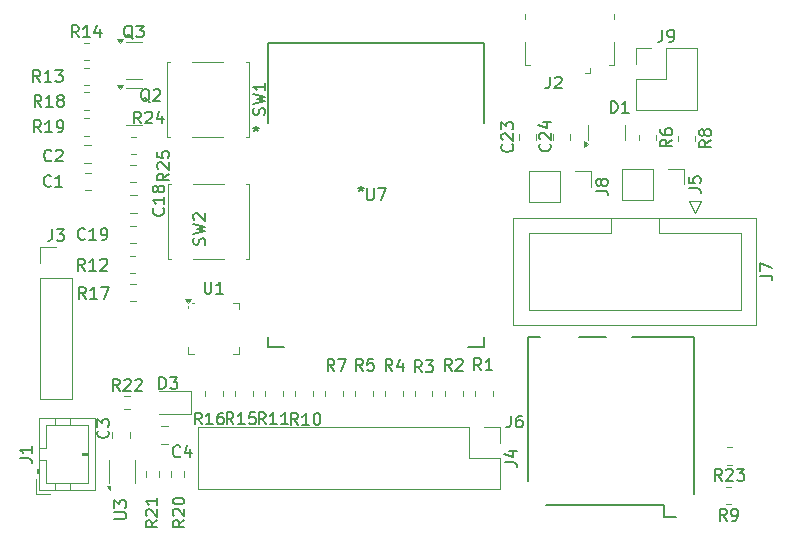
<source format=gto>
G04 #@! TF.GenerationSoftware,KiCad,Pcbnew,8.0.0*
G04 #@! TF.CreationDate,2024-04-09T16:33:37-05:00*
G04 #@! TF.ProjectId,esp32_example,65737033-325f-4657-9861-6d706c652e6b,rev?*
G04 #@! TF.SameCoordinates,Original*
G04 #@! TF.FileFunction,Legend,Top*
G04 #@! TF.FilePolarity,Positive*
%FSLAX46Y46*%
G04 Gerber Fmt 4.6, Leading zero omitted, Abs format (unit mm)*
G04 Created by KiCad (PCBNEW 8.0.0) date 2024-04-09 16:33:37*
%MOMM*%
%LPD*%
G01*
G04 APERTURE LIST*
%ADD10C,0.150000*%
%ADD11C,0.120000*%
%ADD12C,0.200000*%
%ADD13C,0.152400*%
G04 APERTURE END LIST*
D10*
X212454819Y-53023333D02*
X213169104Y-53023333D01*
X213169104Y-53023333D02*
X213311961Y-53070952D01*
X213311961Y-53070952D02*
X213407200Y-53166190D01*
X213407200Y-53166190D02*
X213454819Y-53309047D01*
X213454819Y-53309047D02*
X213454819Y-53404285D01*
X212883390Y-52404285D02*
X212835771Y-52499523D01*
X212835771Y-52499523D02*
X212788152Y-52547142D01*
X212788152Y-52547142D02*
X212692914Y-52594761D01*
X212692914Y-52594761D02*
X212645295Y-52594761D01*
X212645295Y-52594761D02*
X212550057Y-52547142D01*
X212550057Y-52547142D02*
X212502438Y-52499523D01*
X212502438Y-52499523D02*
X212454819Y-52404285D01*
X212454819Y-52404285D02*
X212454819Y-52213809D01*
X212454819Y-52213809D02*
X212502438Y-52118571D01*
X212502438Y-52118571D02*
X212550057Y-52070952D01*
X212550057Y-52070952D02*
X212645295Y-52023333D01*
X212645295Y-52023333D02*
X212692914Y-52023333D01*
X212692914Y-52023333D02*
X212788152Y-52070952D01*
X212788152Y-52070952D02*
X212835771Y-52118571D01*
X212835771Y-52118571D02*
X212883390Y-52213809D01*
X212883390Y-52213809D02*
X212883390Y-52404285D01*
X212883390Y-52404285D02*
X212931009Y-52499523D01*
X212931009Y-52499523D02*
X212978628Y-52547142D01*
X212978628Y-52547142D02*
X213073866Y-52594761D01*
X213073866Y-52594761D02*
X213264342Y-52594761D01*
X213264342Y-52594761D02*
X213359580Y-52547142D01*
X213359580Y-52547142D02*
X213407200Y-52499523D01*
X213407200Y-52499523D02*
X213454819Y-52404285D01*
X213454819Y-52404285D02*
X213454819Y-52213809D01*
X213454819Y-52213809D02*
X213407200Y-52118571D01*
X213407200Y-52118571D02*
X213359580Y-52070952D01*
X213359580Y-52070952D02*
X213264342Y-52023333D01*
X213264342Y-52023333D02*
X213073866Y-52023333D01*
X213073866Y-52023333D02*
X212978628Y-52070952D01*
X212978628Y-52070952D02*
X212931009Y-52118571D01*
X212931009Y-52118571D02*
X212883390Y-52213809D01*
X169147142Y-59784819D02*
X168813809Y-59308628D01*
X168575714Y-59784819D02*
X168575714Y-58784819D01*
X168575714Y-58784819D02*
X168956666Y-58784819D01*
X168956666Y-58784819D02*
X169051904Y-58832438D01*
X169051904Y-58832438D02*
X169099523Y-58880057D01*
X169099523Y-58880057D02*
X169147142Y-58975295D01*
X169147142Y-58975295D02*
X169147142Y-59118152D01*
X169147142Y-59118152D02*
X169099523Y-59213390D01*
X169099523Y-59213390D02*
X169051904Y-59261009D01*
X169051904Y-59261009D02*
X168956666Y-59308628D01*
X168956666Y-59308628D02*
X168575714Y-59308628D01*
X170099523Y-59784819D02*
X169528095Y-59784819D01*
X169813809Y-59784819D02*
X169813809Y-58784819D01*
X169813809Y-58784819D02*
X169718571Y-58927676D01*
X169718571Y-58927676D02*
X169623333Y-59022914D01*
X169623333Y-59022914D02*
X169528095Y-59070533D01*
X170480476Y-58880057D02*
X170528095Y-58832438D01*
X170528095Y-58832438D02*
X170623333Y-58784819D01*
X170623333Y-58784819D02*
X170861428Y-58784819D01*
X170861428Y-58784819D02*
X170956666Y-58832438D01*
X170956666Y-58832438D02*
X171004285Y-58880057D01*
X171004285Y-58880057D02*
X171051904Y-58975295D01*
X171051904Y-58975295D02*
X171051904Y-59070533D01*
X171051904Y-59070533D02*
X171004285Y-59213390D01*
X171004285Y-59213390D02*
X170432857Y-59784819D01*
X170432857Y-59784819D02*
X171051904Y-59784819D01*
X179297200Y-57593332D02*
X179344819Y-57450475D01*
X179344819Y-57450475D02*
X179344819Y-57212380D01*
X179344819Y-57212380D02*
X179297200Y-57117142D01*
X179297200Y-57117142D02*
X179249580Y-57069523D01*
X179249580Y-57069523D02*
X179154342Y-57021904D01*
X179154342Y-57021904D02*
X179059104Y-57021904D01*
X179059104Y-57021904D02*
X178963866Y-57069523D01*
X178963866Y-57069523D02*
X178916247Y-57117142D01*
X178916247Y-57117142D02*
X178868628Y-57212380D01*
X178868628Y-57212380D02*
X178821009Y-57402856D01*
X178821009Y-57402856D02*
X178773390Y-57498094D01*
X178773390Y-57498094D02*
X178725771Y-57545713D01*
X178725771Y-57545713D02*
X178630533Y-57593332D01*
X178630533Y-57593332D02*
X178535295Y-57593332D01*
X178535295Y-57593332D02*
X178440057Y-57545713D01*
X178440057Y-57545713D02*
X178392438Y-57498094D01*
X178392438Y-57498094D02*
X178344819Y-57402856D01*
X178344819Y-57402856D02*
X178344819Y-57164761D01*
X178344819Y-57164761D02*
X178392438Y-57021904D01*
X178344819Y-56688570D02*
X179344819Y-56450475D01*
X179344819Y-56450475D02*
X178630533Y-56259999D01*
X178630533Y-56259999D02*
X179344819Y-56069523D01*
X179344819Y-56069523D02*
X178344819Y-55831428D01*
X178440057Y-55498094D02*
X178392438Y-55450475D01*
X178392438Y-55450475D02*
X178344819Y-55355237D01*
X178344819Y-55355237D02*
X178344819Y-55117142D01*
X178344819Y-55117142D02*
X178392438Y-55021904D01*
X178392438Y-55021904D02*
X178440057Y-54974285D01*
X178440057Y-54974285D02*
X178535295Y-54926666D01*
X178535295Y-54926666D02*
X178630533Y-54926666D01*
X178630533Y-54926666D02*
X178773390Y-54974285D01*
X178773390Y-54974285D02*
X179344819Y-55545713D01*
X179344819Y-55545713D02*
X179344819Y-54926666D01*
X174664761Y-45520057D02*
X174569523Y-45472438D01*
X174569523Y-45472438D02*
X174474285Y-45377200D01*
X174474285Y-45377200D02*
X174331428Y-45234342D01*
X174331428Y-45234342D02*
X174236190Y-45186723D01*
X174236190Y-45186723D02*
X174140952Y-45186723D01*
X174188571Y-45424819D02*
X174093333Y-45377200D01*
X174093333Y-45377200D02*
X173998095Y-45281961D01*
X173998095Y-45281961D02*
X173950476Y-45091485D01*
X173950476Y-45091485D02*
X173950476Y-44758152D01*
X173950476Y-44758152D02*
X173998095Y-44567676D01*
X173998095Y-44567676D02*
X174093333Y-44472438D01*
X174093333Y-44472438D02*
X174188571Y-44424819D01*
X174188571Y-44424819D02*
X174379047Y-44424819D01*
X174379047Y-44424819D02*
X174474285Y-44472438D01*
X174474285Y-44472438D02*
X174569523Y-44567676D01*
X174569523Y-44567676D02*
X174617142Y-44758152D01*
X174617142Y-44758152D02*
X174617142Y-45091485D01*
X174617142Y-45091485D02*
X174569523Y-45281961D01*
X174569523Y-45281961D02*
X174474285Y-45377200D01*
X174474285Y-45377200D02*
X174379047Y-45424819D01*
X174379047Y-45424819D02*
X174188571Y-45424819D01*
X174998095Y-44520057D02*
X175045714Y-44472438D01*
X175045714Y-44472438D02*
X175140952Y-44424819D01*
X175140952Y-44424819D02*
X175379047Y-44424819D01*
X175379047Y-44424819D02*
X175474285Y-44472438D01*
X175474285Y-44472438D02*
X175521904Y-44520057D01*
X175521904Y-44520057D02*
X175569523Y-44615295D01*
X175569523Y-44615295D02*
X175569523Y-44710533D01*
X175569523Y-44710533D02*
X175521904Y-44853390D01*
X175521904Y-44853390D02*
X174950476Y-45424819D01*
X174950476Y-45424819D02*
X175569523Y-45424819D01*
X187197142Y-72854819D02*
X186863809Y-72378628D01*
X186625714Y-72854819D02*
X186625714Y-71854819D01*
X186625714Y-71854819D02*
X187006666Y-71854819D01*
X187006666Y-71854819D02*
X187101904Y-71902438D01*
X187101904Y-71902438D02*
X187149523Y-71950057D01*
X187149523Y-71950057D02*
X187197142Y-72045295D01*
X187197142Y-72045295D02*
X187197142Y-72188152D01*
X187197142Y-72188152D02*
X187149523Y-72283390D01*
X187149523Y-72283390D02*
X187101904Y-72331009D01*
X187101904Y-72331009D02*
X187006666Y-72378628D01*
X187006666Y-72378628D02*
X186625714Y-72378628D01*
X188149523Y-72854819D02*
X187578095Y-72854819D01*
X187863809Y-72854819D02*
X187863809Y-71854819D01*
X187863809Y-71854819D02*
X187768571Y-71997676D01*
X187768571Y-71997676D02*
X187673333Y-72092914D01*
X187673333Y-72092914D02*
X187578095Y-72140533D01*
X188768571Y-71854819D02*
X188863809Y-71854819D01*
X188863809Y-71854819D02*
X188959047Y-71902438D01*
X188959047Y-71902438D02*
X189006666Y-71950057D01*
X189006666Y-71950057D02*
X189054285Y-72045295D01*
X189054285Y-72045295D02*
X189101904Y-72235771D01*
X189101904Y-72235771D02*
X189101904Y-72473866D01*
X189101904Y-72473866D02*
X189054285Y-72664342D01*
X189054285Y-72664342D02*
X189006666Y-72759580D01*
X189006666Y-72759580D02*
X188959047Y-72807200D01*
X188959047Y-72807200D02*
X188863809Y-72854819D01*
X188863809Y-72854819D02*
X188768571Y-72854819D01*
X188768571Y-72854819D02*
X188673333Y-72807200D01*
X188673333Y-72807200D02*
X188625714Y-72759580D01*
X188625714Y-72759580D02*
X188578095Y-72664342D01*
X188578095Y-72664342D02*
X188530476Y-72473866D01*
X188530476Y-72473866D02*
X188530476Y-72235771D01*
X188530476Y-72235771D02*
X188578095Y-72045295D01*
X188578095Y-72045295D02*
X188625714Y-71950057D01*
X188625714Y-71950057D02*
X188673333Y-71902438D01*
X188673333Y-71902438D02*
X188768571Y-71854819D01*
X205231666Y-72059819D02*
X205231666Y-72774104D01*
X205231666Y-72774104D02*
X205184047Y-72916961D01*
X205184047Y-72916961D02*
X205088809Y-73012200D01*
X205088809Y-73012200D02*
X204945952Y-73059819D01*
X204945952Y-73059819D02*
X204850714Y-73059819D01*
X206136428Y-72059819D02*
X205945952Y-72059819D01*
X205945952Y-72059819D02*
X205850714Y-72107438D01*
X205850714Y-72107438D02*
X205803095Y-72155057D01*
X205803095Y-72155057D02*
X205707857Y-72297914D01*
X205707857Y-72297914D02*
X205660238Y-72488390D01*
X205660238Y-72488390D02*
X205660238Y-72869342D01*
X205660238Y-72869342D02*
X205707857Y-72964580D01*
X205707857Y-72964580D02*
X205755476Y-73012200D01*
X205755476Y-73012200D02*
X205850714Y-73059819D01*
X205850714Y-73059819D02*
X206041190Y-73059819D01*
X206041190Y-73059819D02*
X206136428Y-73012200D01*
X206136428Y-73012200D02*
X206184047Y-72964580D01*
X206184047Y-72964580D02*
X206231666Y-72869342D01*
X206231666Y-72869342D02*
X206231666Y-72631247D01*
X206231666Y-72631247D02*
X206184047Y-72536009D01*
X206184047Y-72536009D02*
X206136428Y-72488390D01*
X206136428Y-72488390D02*
X206041190Y-72440771D01*
X206041190Y-72440771D02*
X205850714Y-72440771D01*
X205850714Y-72440771D02*
X205755476Y-72488390D01*
X205755476Y-72488390D02*
X205707857Y-72536009D01*
X205707857Y-72536009D02*
X205660238Y-72631247D01*
X193040095Y-52820219D02*
X193040095Y-53629742D01*
X193040095Y-53629742D02*
X193087714Y-53724980D01*
X193087714Y-53724980D02*
X193135333Y-53772600D01*
X193135333Y-53772600D02*
X193230571Y-53820219D01*
X193230571Y-53820219D02*
X193421047Y-53820219D01*
X193421047Y-53820219D02*
X193516285Y-53772600D01*
X193516285Y-53772600D02*
X193563904Y-53724980D01*
X193563904Y-53724980D02*
X193611523Y-53629742D01*
X193611523Y-53629742D02*
X193611523Y-52820219D01*
X193992476Y-52820219D02*
X194659142Y-52820219D01*
X194659142Y-52820219D02*
X194230571Y-53820219D01*
X192550000Y-52614819D02*
X192550000Y-52852914D01*
X192311905Y-52757676D02*
X192550000Y-52852914D01*
X192550000Y-52852914D02*
X192788095Y-52757676D01*
X192407143Y-53043390D02*
X192550000Y-52852914D01*
X192550000Y-52852914D02*
X192692857Y-53043390D01*
X183667700Y-47560219D02*
X183667700Y-47798314D01*
X183429605Y-47703076D02*
X183667700Y-47798314D01*
X183667700Y-47798314D02*
X183905795Y-47703076D01*
X183524843Y-47988790D02*
X183667700Y-47798314D01*
X183667700Y-47798314D02*
X183810557Y-47988790D01*
X213701905Y-46424819D02*
X213701905Y-45424819D01*
X213701905Y-45424819D02*
X213940000Y-45424819D01*
X213940000Y-45424819D02*
X214082857Y-45472438D01*
X214082857Y-45472438D02*
X214178095Y-45567676D01*
X214178095Y-45567676D02*
X214225714Y-45662914D01*
X214225714Y-45662914D02*
X214273333Y-45853390D01*
X214273333Y-45853390D02*
X214273333Y-45996247D01*
X214273333Y-45996247D02*
X214225714Y-46186723D01*
X214225714Y-46186723D02*
X214178095Y-46281961D01*
X214178095Y-46281961D02*
X214082857Y-46377200D01*
X214082857Y-46377200D02*
X213940000Y-46424819D01*
X213940000Y-46424819D02*
X213701905Y-46424819D01*
X215225714Y-46424819D02*
X214654286Y-46424819D01*
X214940000Y-46424819D02*
X214940000Y-45424819D01*
X214940000Y-45424819D02*
X214844762Y-45567676D01*
X214844762Y-45567676D02*
X214749524Y-45662914D01*
X214749524Y-45662914D02*
X214654286Y-45710533D01*
X165377142Y-43804819D02*
X165043809Y-43328628D01*
X164805714Y-43804819D02*
X164805714Y-42804819D01*
X164805714Y-42804819D02*
X165186666Y-42804819D01*
X165186666Y-42804819D02*
X165281904Y-42852438D01*
X165281904Y-42852438D02*
X165329523Y-42900057D01*
X165329523Y-42900057D02*
X165377142Y-42995295D01*
X165377142Y-42995295D02*
X165377142Y-43138152D01*
X165377142Y-43138152D02*
X165329523Y-43233390D01*
X165329523Y-43233390D02*
X165281904Y-43281009D01*
X165281904Y-43281009D02*
X165186666Y-43328628D01*
X165186666Y-43328628D02*
X164805714Y-43328628D01*
X166329523Y-43804819D02*
X165758095Y-43804819D01*
X166043809Y-43804819D02*
X166043809Y-42804819D01*
X166043809Y-42804819D02*
X165948571Y-42947676D01*
X165948571Y-42947676D02*
X165853333Y-43042914D01*
X165853333Y-43042914D02*
X165758095Y-43090533D01*
X166662857Y-42804819D02*
X167281904Y-42804819D01*
X167281904Y-42804819D02*
X166948571Y-43185771D01*
X166948571Y-43185771D02*
X167091428Y-43185771D01*
X167091428Y-43185771D02*
X167186666Y-43233390D01*
X167186666Y-43233390D02*
X167234285Y-43281009D01*
X167234285Y-43281009D02*
X167281904Y-43376247D01*
X167281904Y-43376247D02*
X167281904Y-43614342D01*
X167281904Y-43614342D02*
X167234285Y-43709580D01*
X167234285Y-43709580D02*
X167186666Y-43757200D01*
X167186666Y-43757200D02*
X167091428Y-43804819D01*
X167091428Y-43804819D02*
X166805714Y-43804819D01*
X166805714Y-43804819D02*
X166710476Y-43757200D01*
X166710476Y-43757200D02*
X166662857Y-43709580D01*
X205340380Y-49108457D02*
X205388000Y-49156076D01*
X205388000Y-49156076D02*
X205435619Y-49298933D01*
X205435619Y-49298933D02*
X205435619Y-49394171D01*
X205435619Y-49394171D02*
X205388000Y-49537028D01*
X205388000Y-49537028D02*
X205292761Y-49632266D01*
X205292761Y-49632266D02*
X205197523Y-49679885D01*
X205197523Y-49679885D02*
X205007047Y-49727504D01*
X205007047Y-49727504D02*
X204864190Y-49727504D01*
X204864190Y-49727504D02*
X204673714Y-49679885D01*
X204673714Y-49679885D02*
X204578476Y-49632266D01*
X204578476Y-49632266D02*
X204483238Y-49537028D01*
X204483238Y-49537028D02*
X204435619Y-49394171D01*
X204435619Y-49394171D02*
X204435619Y-49298933D01*
X204435619Y-49298933D02*
X204483238Y-49156076D01*
X204483238Y-49156076D02*
X204530857Y-49108457D01*
X204530857Y-48727504D02*
X204483238Y-48679885D01*
X204483238Y-48679885D02*
X204435619Y-48584647D01*
X204435619Y-48584647D02*
X204435619Y-48346552D01*
X204435619Y-48346552D02*
X204483238Y-48251314D01*
X204483238Y-48251314D02*
X204530857Y-48203695D01*
X204530857Y-48203695D02*
X204626095Y-48156076D01*
X204626095Y-48156076D02*
X204721333Y-48156076D01*
X204721333Y-48156076D02*
X204864190Y-48203695D01*
X204864190Y-48203695D02*
X205435619Y-48775123D01*
X205435619Y-48775123D02*
X205435619Y-48156076D01*
X204435619Y-47822742D02*
X204435619Y-47203695D01*
X204435619Y-47203695D02*
X204816571Y-47537028D01*
X204816571Y-47537028D02*
X204816571Y-47394171D01*
X204816571Y-47394171D02*
X204864190Y-47298933D01*
X204864190Y-47298933D02*
X204911809Y-47251314D01*
X204911809Y-47251314D02*
X205007047Y-47203695D01*
X205007047Y-47203695D02*
X205245142Y-47203695D01*
X205245142Y-47203695D02*
X205340380Y-47251314D01*
X205340380Y-47251314D02*
X205388000Y-47298933D01*
X205388000Y-47298933D02*
X205435619Y-47394171D01*
X205435619Y-47394171D02*
X205435619Y-47679885D01*
X205435619Y-47679885D02*
X205388000Y-47775123D01*
X205388000Y-47775123D02*
X205340380Y-47822742D01*
X208519580Y-49052857D02*
X208567200Y-49100476D01*
X208567200Y-49100476D02*
X208614819Y-49243333D01*
X208614819Y-49243333D02*
X208614819Y-49338571D01*
X208614819Y-49338571D02*
X208567200Y-49481428D01*
X208567200Y-49481428D02*
X208471961Y-49576666D01*
X208471961Y-49576666D02*
X208376723Y-49624285D01*
X208376723Y-49624285D02*
X208186247Y-49671904D01*
X208186247Y-49671904D02*
X208043390Y-49671904D01*
X208043390Y-49671904D02*
X207852914Y-49624285D01*
X207852914Y-49624285D02*
X207757676Y-49576666D01*
X207757676Y-49576666D02*
X207662438Y-49481428D01*
X207662438Y-49481428D02*
X207614819Y-49338571D01*
X207614819Y-49338571D02*
X207614819Y-49243333D01*
X207614819Y-49243333D02*
X207662438Y-49100476D01*
X207662438Y-49100476D02*
X207710057Y-49052857D01*
X207710057Y-48671904D02*
X207662438Y-48624285D01*
X207662438Y-48624285D02*
X207614819Y-48529047D01*
X207614819Y-48529047D02*
X207614819Y-48290952D01*
X207614819Y-48290952D02*
X207662438Y-48195714D01*
X207662438Y-48195714D02*
X207710057Y-48148095D01*
X207710057Y-48148095D02*
X207805295Y-48100476D01*
X207805295Y-48100476D02*
X207900533Y-48100476D01*
X207900533Y-48100476D02*
X208043390Y-48148095D01*
X208043390Y-48148095D02*
X208614819Y-48719523D01*
X208614819Y-48719523D02*
X208614819Y-48100476D01*
X207948152Y-47243333D02*
X208614819Y-47243333D01*
X207567200Y-47481428D02*
X208281485Y-47719523D01*
X208281485Y-47719523D02*
X208281485Y-47100476D01*
X192693333Y-68264819D02*
X192360000Y-67788628D01*
X192121905Y-68264819D02*
X192121905Y-67264819D01*
X192121905Y-67264819D02*
X192502857Y-67264819D01*
X192502857Y-67264819D02*
X192598095Y-67312438D01*
X192598095Y-67312438D02*
X192645714Y-67360057D01*
X192645714Y-67360057D02*
X192693333Y-67455295D01*
X192693333Y-67455295D02*
X192693333Y-67598152D01*
X192693333Y-67598152D02*
X192645714Y-67693390D01*
X192645714Y-67693390D02*
X192598095Y-67741009D01*
X192598095Y-67741009D02*
X192502857Y-67788628D01*
X192502857Y-67788628D02*
X192121905Y-67788628D01*
X193598095Y-67264819D02*
X193121905Y-67264819D01*
X193121905Y-67264819D02*
X193074286Y-67741009D01*
X193074286Y-67741009D02*
X193121905Y-67693390D01*
X193121905Y-67693390D02*
X193217143Y-67645771D01*
X193217143Y-67645771D02*
X193455238Y-67645771D01*
X193455238Y-67645771D02*
X193550476Y-67693390D01*
X193550476Y-67693390D02*
X193598095Y-67741009D01*
X193598095Y-67741009D02*
X193645714Y-67836247D01*
X193645714Y-67836247D02*
X193645714Y-68074342D01*
X193645714Y-68074342D02*
X193598095Y-68169580D01*
X193598095Y-68169580D02*
X193550476Y-68217200D01*
X193550476Y-68217200D02*
X193455238Y-68264819D01*
X193455238Y-68264819D02*
X193217143Y-68264819D01*
X193217143Y-68264819D02*
X193121905Y-68217200D01*
X193121905Y-68217200D02*
X193074286Y-68169580D01*
X169237142Y-62184819D02*
X168903809Y-61708628D01*
X168665714Y-62184819D02*
X168665714Y-61184819D01*
X168665714Y-61184819D02*
X169046666Y-61184819D01*
X169046666Y-61184819D02*
X169141904Y-61232438D01*
X169141904Y-61232438D02*
X169189523Y-61280057D01*
X169189523Y-61280057D02*
X169237142Y-61375295D01*
X169237142Y-61375295D02*
X169237142Y-61518152D01*
X169237142Y-61518152D02*
X169189523Y-61613390D01*
X169189523Y-61613390D02*
X169141904Y-61661009D01*
X169141904Y-61661009D02*
X169046666Y-61708628D01*
X169046666Y-61708628D02*
X168665714Y-61708628D01*
X170189523Y-62184819D02*
X169618095Y-62184819D01*
X169903809Y-62184819D02*
X169903809Y-61184819D01*
X169903809Y-61184819D02*
X169808571Y-61327676D01*
X169808571Y-61327676D02*
X169713333Y-61422914D01*
X169713333Y-61422914D02*
X169618095Y-61470533D01*
X170522857Y-61184819D02*
X171189523Y-61184819D01*
X171189523Y-61184819D02*
X170760952Y-62184819D01*
X172102542Y-69967019D02*
X171769209Y-69490828D01*
X171531114Y-69967019D02*
X171531114Y-68967019D01*
X171531114Y-68967019D02*
X171912066Y-68967019D01*
X171912066Y-68967019D02*
X172007304Y-69014638D01*
X172007304Y-69014638D02*
X172054923Y-69062257D01*
X172054923Y-69062257D02*
X172102542Y-69157495D01*
X172102542Y-69157495D02*
X172102542Y-69300352D01*
X172102542Y-69300352D02*
X172054923Y-69395590D01*
X172054923Y-69395590D02*
X172007304Y-69443209D01*
X172007304Y-69443209D02*
X171912066Y-69490828D01*
X171912066Y-69490828D02*
X171531114Y-69490828D01*
X172483495Y-69062257D02*
X172531114Y-69014638D01*
X172531114Y-69014638D02*
X172626352Y-68967019D01*
X172626352Y-68967019D02*
X172864447Y-68967019D01*
X172864447Y-68967019D02*
X172959685Y-69014638D01*
X172959685Y-69014638D02*
X173007304Y-69062257D01*
X173007304Y-69062257D02*
X173054923Y-69157495D01*
X173054923Y-69157495D02*
X173054923Y-69252733D01*
X173054923Y-69252733D02*
X173007304Y-69395590D01*
X173007304Y-69395590D02*
X172435876Y-69967019D01*
X172435876Y-69967019D02*
X173054923Y-69967019D01*
X173435876Y-69062257D02*
X173483495Y-69014638D01*
X173483495Y-69014638D02*
X173578733Y-68967019D01*
X173578733Y-68967019D02*
X173816828Y-68967019D01*
X173816828Y-68967019D02*
X173912066Y-69014638D01*
X173912066Y-69014638D02*
X173959685Y-69062257D01*
X173959685Y-69062257D02*
X174007304Y-69157495D01*
X174007304Y-69157495D02*
X174007304Y-69252733D01*
X174007304Y-69252733D02*
X173959685Y-69395590D01*
X173959685Y-69395590D02*
X173388257Y-69967019D01*
X173388257Y-69967019D02*
X174007304Y-69967019D01*
X163653619Y-75653733D02*
X164367904Y-75653733D01*
X164367904Y-75653733D02*
X164510761Y-75701352D01*
X164510761Y-75701352D02*
X164606000Y-75796590D01*
X164606000Y-75796590D02*
X164653619Y-75939447D01*
X164653619Y-75939447D02*
X164653619Y-76034685D01*
X164653619Y-74653733D02*
X164653619Y-75225161D01*
X164653619Y-74939447D02*
X163653619Y-74939447D01*
X163653619Y-74939447D02*
X163796476Y-75034685D01*
X163796476Y-75034685D02*
X163891714Y-75129923D01*
X163891714Y-75129923D02*
X163939333Y-75225161D01*
X176294819Y-51572857D02*
X175818628Y-51906190D01*
X176294819Y-52144285D02*
X175294819Y-52144285D01*
X175294819Y-52144285D02*
X175294819Y-51763333D01*
X175294819Y-51763333D02*
X175342438Y-51668095D01*
X175342438Y-51668095D02*
X175390057Y-51620476D01*
X175390057Y-51620476D02*
X175485295Y-51572857D01*
X175485295Y-51572857D02*
X175628152Y-51572857D01*
X175628152Y-51572857D02*
X175723390Y-51620476D01*
X175723390Y-51620476D02*
X175771009Y-51668095D01*
X175771009Y-51668095D02*
X175818628Y-51763333D01*
X175818628Y-51763333D02*
X175818628Y-52144285D01*
X175390057Y-51191904D02*
X175342438Y-51144285D01*
X175342438Y-51144285D02*
X175294819Y-51049047D01*
X175294819Y-51049047D02*
X175294819Y-50810952D01*
X175294819Y-50810952D02*
X175342438Y-50715714D01*
X175342438Y-50715714D02*
X175390057Y-50668095D01*
X175390057Y-50668095D02*
X175485295Y-50620476D01*
X175485295Y-50620476D02*
X175580533Y-50620476D01*
X175580533Y-50620476D02*
X175723390Y-50668095D01*
X175723390Y-50668095D02*
X176294819Y-51239523D01*
X176294819Y-51239523D02*
X176294819Y-50620476D01*
X175294819Y-49715714D02*
X175294819Y-50191904D01*
X175294819Y-50191904D02*
X175771009Y-50239523D01*
X175771009Y-50239523D02*
X175723390Y-50191904D01*
X175723390Y-50191904D02*
X175675771Y-50096666D01*
X175675771Y-50096666D02*
X175675771Y-49858571D01*
X175675771Y-49858571D02*
X175723390Y-49763333D01*
X175723390Y-49763333D02*
X175771009Y-49715714D01*
X175771009Y-49715714D02*
X175866247Y-49668095D01*
X175866247Y-49668095D02*
X176104342Y-49668095D01*
X176104342Y-49668095D02*
X176199580Y-49715714D01*
X176199580Y-49715714D02*
X176247200Y-49763333D01*
X176247200Y-49763333D02*
X176294819Y-49858571D01*
X176294819Y-49858571D02*
X176294819Y-50096666D01*
X176294819Y-50096666D02*
X176247200Y-50191904D01*
X176247200Y-50191904D02*
X176199580Y-50239523D01*
X166333333Y-50439580D02*
X166285714Y-50487200D01*
X166285714Y-50487200D02*
X166142857Y-50534819D01*
X166142857Y-50534819D02*
X166047619Y-50534819D01*
X166047619Y-50534819D02*
X165904762Y-50487200D01*
X165904762Y-50487200D02*
X165809524Y-50391961D01*
X165809524Y-50391961D02*
X165761905Y-50296723D01*
X165761905Y-50296723D02*
X165714286Y-50106247D01*
X165714286Y-50106247D02*
X165714286Y-49963390D01*
X165714286Y-49963390D02*
X165761905Y-49772914D01*
X165761905Y-49772914D02*
X165809524Y-49677676D01*
X165809524Y-49677676D02*
X165904762Y-49582438D01*
X165904762Y-49582438D02*
X166047619Y-49534819D01*
X166047619Y-49534819D02*
X166142857Y-49534819D01*
X166142857Y-49534819D02*
X166285714Y-49582438D01*
X166285714Y-49582438D02*
X166333333Y-49630057D01*
X166714286Y-49630057D02*
X166761905Y-49582438D01*
X166761905Y-49582438D02*
X166857143Y-49534819D01*
X166857143Y-49534819D02*
X167095238Y-49534819D01*
X167095238Y-49534819D02*
X167190476Y-49582438D01*
X167190476Y-49582438D02*
X167238095Y-49630057D01*
X167238095Y-49630057D02*
X167285714Y-49725295D01*
X167285714Y-49725295D02*
X167285714Y-49820533D01*
X167285714Y-49820533D02*
X167238095Y-49963390D01*
X167238095Y-49963390D02*
X166666667Y-50534819D01*
X166666667Y-50534819D02*
X167285714Y-50534819D01*
X202723333Y-68214819D02*
X202390000Y-67738628D01*
X202151905Y-68214819D02*
X202151905Y-67214819D01*
X202151905Y-67214819D02*
X202532857Y-67214819D01*
X202532857Y-67214819D02*
X202628095Y-67262438D01*
X202628095Y-67262438D02*
X202675714Y-67310057D01*
X202675714Y-67310057D02*
X202723333Y-67405295D01*
X202723333Y-67405295D02*
X202723333Y-67548152D01*
X202723333Y-67548152D02*
X202675714Y-67643390D01*
X202675714Y-67643390D02*
X202628095Y-67691009D01*
X202628095Y-67691009D02*
X202532857Y-67738628D01*
X202532857Y-67738628D02*
X202151905Y-67738628D01*
X203675714Y-68214819D02*
X203104286Y-68214819D01*
X203390000Y-68214819D02*
X203390000Y-67214819D01*
X203390000Y-67214819D02*
X203294762Y-67357676D01*
X203294762Y-67357676D02*
X203199524Y-67452914D01*
X203199524Y-67452914D02*
X203104286Y-67500533D01*
X168648142Y-40029019D02*
X168314809Y-39552828D01*
X168076714Y-40029019D02*
X168076714Y-39029019D01*
X168076714Y-39029019D02*
X168457666Y-39029019D01*
X168457666Y-39029019D02*
X168552904Y-39076638D01*
X168552904Y-39076638D02*
X168600523Y-39124257D01*
X168600523Y-39124257D02*
X168648142Y-39219495D01*
X168648142Y-39219495D02*
X168648142Y-39362352D01*
X168648142Y-39362352D02*
X168600523Y-39457590D01*
X168600523Y-39457590D02*
X168552904Y-39505209D01*
X168552904Y-39505209D02*
X168457666Y-39552828D01*
X168457666Y-39552828D02*
X168076714Y-39552828D01*
X169600523Y-40029019D02*
X169029095Y-40029019D01*
X169314809Y-40029019D02*
X169314809Y-39029019D01*
X169314809Y-39029019D02*
X169219571Y-39171876D01*
X169219571Y-39171876D02*
X169124333Y-39267114D01*
X169124333Y-39267114D02*
X169029095Y-39314733D01*
X170457666Y-39362352D02*
X170457666Y-40029019D01*
X170219571Y-38981400D02*
X169981476Y-39695685D01*
X169981476Y-39695685D02*
X170600523Y-39695685D01*
X181747142Y-72794819D02*
X181413809Y-72318628D01*
X181175714Y-72794819D02*
X181175714Y-71794819D01*
X181175714Y-71794819D02*
X181556666Y-71794819D01*
X181556666Y-71794819D02*
X181651904Y-71842438D01*
X181651904Y-71842438D02*
X181699523Y-71890057D01*
X181699523Y-71890057D02*
X181747142Y-71985295D01*
X181747142Y-71985295D02*
X181747142Y-72128152D01*
X181747142Y-72128152D02*
X181699523Y-72223390D01*
X181699523Y-72223390D02*
X181651904Y-72271009D01*
X181651904Y-72271009D02*
X181556666Y-72318628D01*
X181556666Y-72318628D02*
X181175714Y-72318628D01*
X182699523Y-72794819D02*
X182128095Y-72794819D01*
X182413809Y-72794819D02*
X182413809Y-71794819D01*
X182413809Y-71794819D02*
X182318571Y-71937676D01*
X182318571Y-71937676D02*
X182223333Y-72032914D01*
X182223333Y-72032914D02*
X182128095Y-72080533D01*
X183604285Y-71794819D02*
X183128095Y-71794819D01*
X183128095Y-71794819D02*
X183080476Y-72271009D01*
X183080476Y-72271009D02*
X183128095Y-72223390D01*
X183128095Y-72223390D02*
X183223333Y-72175771D01*
X183223333Y-72175771D02*
X183461428Y-72175771D01*
X183461428Y-72175771D02*
X183556666Y-72223390D01*
X183556666Y-72223390D02*
X183604285Y-72271009D01*
X183604285Y-72271009D02*
X183651904Y-72366247D01*
X183651904Y-72366247D02*
X183651904Y-72604342D01*
X183651904Y-72604342D02*
X183604285Y-72699580D01*
X183604285Y-72699580D02*
X183556666Y-72747200D01*
X183556666Y-72747200D02*
X183461428Y-72794819D01*
X183461428Y-72794819D02*
X183223333Y-72794819D01*
X183223333Y-72794819D02*
X183128095Y-72747200D01*
X183128095Y-72747200D02*
X183080476Y-72699580D01*
X166293333Y-52599580D02*
X166245714Y-52647200D01*
X166245714Y-52647200D02*
X166102857Y-52694819D01*
X166102857Y-52694819D02*
X166007619Y-52694819D01*
X166007619Y-52694819D02*
X165864762Y-52647200D01*
X165864762Y-52647200D02*
X165769524Y-52551961D01*
X165769524Y-52551961D02*
X165721905Y-52456723D01*
X165721905Y-52456723D02*
X165674286Y-52266247D01*
X165674286Y-52266247D02*
X165674286Y-52123390D01*
X165674286Y-52123390D02*
X165721905Y-51932914D01*
X165721905Y-51932914D02*
X165769524Y-51837676D01*
X165769524Y-51837676D02*
X165864762Y-51742438D01*
X165864762Y-51742438D02*
X166007619Y-51694819D01*
X166007619Y-51694819D02*
X166102857Y-51694819D01*
X166102857Y-51694819D02*
X166245714Y-51742438D01*
X166245714Y-51742438D02*
X166293333Y-51790057D01*
X167245714Y-52694819D02*
X166674286Y-52694819D01*
X166960000Y-52694819D02*
X166960000Y-51694819D01*
X166960000Y-51694819D02*
X166864762Y-51837676D01*
X166864762Y-51837676D02*
X166769524Y-51932914D01*
X166769524Y-51932914D02*
X166674286Y-51980533D01*
X200213333Y-68264819D02*
X199880000Y-67788628D01*
X199641905Y-68264819D02*
X199641905Y-67264819D01*
X199641905Y-67264819D02*
X200022857Y-67264819D01*
X200022857Y-67264819D02*
X200118095Y-67312438D01*
X200118095Y-67312438D02*
X200165714Y-67360057D01*
X200165714Y-67360057D02*
X200213333Y-67455295D01*
X200213333Y-67455295D02*
X200213333Y-67598152D01*
X200213333Y-67598152D02*
X200165714Y-67693390D01*
X200165714Y-67693390D02*
X200118095Y-67741009D01*
X200118095Y-67741009D02*
X200022857Y-67788628D01*
X200022857Y-67788628D02*
X199641905Y-67788628D01*
X200594286Y-67360057D02*
X200641905Y-67312438D01*
X200641905Y-67312438D02*
X200737143Y-67264819D01*
X200737143Y-67264819D02*
X200975238Y-67264819D01*
X200975238Y-67264819D02*
X201070476Y-67312438D01*
X201070476Y-67312438D02*
X201118095Y-67360057D01*
X201118095Y-67360057D02*
X201165714Y-67455295D01*
X201165714Y-67455295D02*
X201165714Y-67550533D01*
X201165714Y-67550533D02*
X201118095Y-67693390D01*
X201118095Y-67693390D02*
X200546667Y-68264819D01*
X200546667Y-68264819D02*
X201165714Y-68264819D01*
X175481905Y-69814819D02*
X175481905Y-68814819D01*
X175481905Y-68814819D02*
X175720000Y-68814819D01*
X175720000Y-68814819D02*
X175862857Y-68862438D01*
X175862857Y-68862438D02*
X175958095Y-68957676D01*
X175958095Y-68957676D02*
X176005714Y-69052914D01*
X176005714Y-69052914D02*
X176053333Y-69243390D01*
X176053333Y-69243390D02*
X176053333Y-69386247D01*
X176053333Y-69386247D02*
X176005714Y-69576723D01*
X176005714Y-69576723D02*
X175958095Y-69671961D01*
X175958095Y-69671961D02*
X175862857Y-69767200D01*
X175862857Y-69767200D02*
X175720000Y-69814819D01*
X175720000Y-69814819D02*
X175481905Y-69814819D01*
X176386667Y-68814819D02*
X177005714Y-68814819D01*
X177005714Y-68814819D02*
X176672381Y-69195771D01*
X176672381Y-69195771D02*
X176815238Y-69195771D01*
X176815238Y-69195771D02*
X176910476Y-69243390D01*
X176910476Y-69243390D02*
X176958095Y-69291009D01*
X176958095Y-69291009D02*
X177005714Y-69386247D01*
X177005714Y-69386247D02*
X177005714Y-69624342D01*
X177005714Y-69624342D02*
X176958095Y-69719580D01*
X176958095Y-69719580D02*
X176910476Y-69767200D01*
X176910476Y-69767200D02*
X176815238Y-69814819D01*
X176815238Y-69814819D02*
X176529524Y-69814819D01*
X176529524Y-69814819D02*
X176434286Y-69767200D01*
X176434286Y-69767200D02*
X176386667Y-69719580D01*
X173907142Y-47324819D02*
X173573809Y-46848628D01*
X173335714Y-47324819D02*
X173335714Y-46324819D01*
X173335714Y-46324819D02*
X173716666Y-46324819D01*
X173716666Y-46324819D02*
X173811904Y-46372438D01*
X173811904Y-46372438D02*
X173859523Y-46420057D01*
X173859523Y-46420057D02*
X173907142Y-46515295D01*
X173907142Y-46515295D02*
X173907142Y-46658152D01*
X173907142Y-46658152D02*
X173859523Y-46753390D01*
X173859523Y-46753390D02*
X173811904Y-46801009D01*
X173811904Y-46801009D02*
X173716666Y-46848628D01*
X173716666Y-46848628D02*
X173335714Y-46848628D01*
X174288095Y-46420057D02*
X174335714Y-46372438D01*
X174335714Y-46372438D02*
X174430952Y-46324819D01*
X174430952Y-46324819D02*
X174669047Y-46324819D01*
X174669047Y-46324819D02*
X174764285Y-46372438D01*
X174764285Y-46372438D02*
X174811904Y-46420057D01*
X174811904Y-46420057D02*
X174859523Y-46515295D01*
X174859523Y-46515295D02*
X174859523Y-46610533D01*
X174859523Y-46610533D02*
X174811904Y-46753390D01*
X174811904Y-46753390D02*
X174240476Y-47324819D01*
X174240476Y-47324819D02*
X174859523Y-47324819D01*
X175716666Y-46658152D02*
X175716666Y-47324819D01*
X175478571Y-46277200D02*
X175240476Y-46991485D01*
X175240476Y-46991485D02*
X175859523Y-46991485D01*
X165487142Y-45924819D02*
X165153809Y-45448628D01*
X164915714Y-45924819D02*
X164915714Y-44924819D01*
X164915714Y-44924819D02*
X165296666Y-44924819D01*
X165296666Y-44924819D02*
X165391904Y-44972438D01*
X165391904Y-44972438D02*
X165439523Y-45020057D01*
X165439523Y-45020057D02*
X165487142Y-45115295D01*
X165487142Y-45115295D02*
X165487142Y-45258152D01*
X165487142Y-45258152D02*
X165439523Y-45353390D01*
X165439523Y-45353390D02*
X165391904Y-45401009D01*
X165391904Y-45401009D02*
X165296666Y-45448628D01*
X165296666Y-45448628D02*
X164915714Y-45448628D01*
X166439523Y-45924819D02*
X165868095Y-45924819D01*
X166153809Y-45924819D02*
X166153809Y-44924819D01*
X166153809Y-44924819D02*
X166058571Y-45067676D01*
X166058571Y-45067676D02*
X165963333Y-45162914D01*
X165963333Y-45162914D02*
X165868095Y-45210533D01*
X167010952Y-45353390D02*
X166915714Y-45305771D01*
X166915714Y-45305771D02*
X166868095Y-45258152D01*
X166868095Y-45258152D02*
X166820476Y-45162914D01*
X166820476Y-45162914D02*
X166820476Y-45115295D01*
X166820476Y-45115295D02*
X166868095Y-45020057D01*
X166868095Y-45020057D02*
X166915714Y-44972438D01*
X166915714Y-44972438D02*
X167010952Y-44924819D01*
X167010952Y-44924819D02*
X167201428Y-44924819D01*
X167201428Y-44924819D02*
X167296666Y-44972438D01*
X167296666Y-44972438D02*
X167344285Y-45020057D01*
X167344285Y-45020057D02*
X167391904Y-45115295D01*
X167391904Y-45115295D02*
X167391904Y-45162914D01*
X167391904Y-45162914D02*
X167344285Y-45258152D01*
X167344285Y-45258152D02*
X167296666Y-45305771D01*
X167296666Y-45305771D02*
X167201428Y-45353390D01*
X167201428Y-45353390D02*
X167010952Y-45353390D01*
X167010952Y-45353390D02*
X166915714Y-45401009D01*
X166915714Y-45401009D02*
X166868095Y-45448628D01*
X166868095Y-45448628D02*
X166820476Y-45543866D01*
X166820476Y-45543866D02*
X166820476Y-45734342D01*
X166820476Y-45734342D02*
X166868095Y-45829580D01*
X166868095Y-45829580D02*
X166915714Y-45877200D01*
X166915714Y-45877200D02*
X167010952Y-45924819D01*
X167010952Y-45924819D02*
X167201428Y-45924819D01*
X167201428Y-45924819D02*
X167296666Y-45877200D01*
X167296666Y-45877200D02*
X167344285Y-45829580D01*
X167344285Y-45829580D02*
X167391904Y-45734342D01*
X167391904Y-45734342D02*
X167391904Y-45543866D01*
X167391904Y-45543866D02*
X167344285Y-45448628D01*
X167344285Y-45448628D02*
X167296666Y-45401009D01*
X167296666Y-45401009D02*
X167201428Y-45353390D01*
X171119580Y-73326666D02*
X171167200Y-73374285D01*
X171167200Y-73374285D02*
X171214819Y-73517142D01*
X171214819Y-73517142D02*
X171214819Y-73612380D01*
X171214819Y-73612380D02*
X171167200Y-73755237D01*
X171167200Y-73755237D02*
X171071961Y-73850475D01*
X171071961Y-73850475D02*
X170976723Y-73898094D01*
X170976723Y-73898094D02*
X170786247Y-73945713D01*
X170786247Y-73945713D02*
X170643390Y-73945713D01*
X170643390Y-73945713D02*
X170452914Y-73898094D01*
X170452914Y-73898094D02*
X170357676Y-73850475D01*
X170357676Y-73850475D02*
X170262438Y-73755237D01*
X170262438Y-73755237D02*
X170214819Y-73612380D01*
X170214819Y-73612380D02*
X170214819Y-73517142D01*
X170214819Y-73517142D02*
X170262438Y-73374285D01*
X170262438Y-73374285D02*
X170310057Y-73326666D01*
X170214819Y-72993332D02*
X170214819Y-72374285D01*
X170214819Y-72374285D02*
X170595771Y-72707618D01*
X170595771Y-72707618D02*
X170595771Y-72564761D01*
X170595771Y-72564761D02*
X170643390Y-72469523D01*
X170643390Y-72469523D02*
X170691009Y-72421904D01*
X170691009Y-72421904D02*
X170786247Y-72374285D01*
X170786247Y-72374285D02*
X171024342Y-72374285D01*
X171024342Y-72374285D02*
X171119580Y-72421904D01*
X171119580Y-72421904D02*
X171167200Y-72469523D01*
X171167200Y-72469523D02*
X171214819Y-72564761D01*
X171214819Y-72564761D02*
X171214819Y-72850475D01*
X171214819Y-72850475D02*
X171167200Y-72945713D01*
X171167200Y-72945713D02*
X171119580Y-72993332D01*
X197683333Y-68384819D02*
X197350000Y-67908628D01*
X197111905Y-68384819D02*
X197111905Y-67384819D01*
X197111905Y-67384819D02*
X197492857Y-67384819D01*
X197492857Y-67384819D02*
X197588095Y-67432438D01*
X197588095Y-67432438D02*
X197635714Y-67480057D01*
X197635714Y-67480057D02*
X197683333Y-67575295D01*
X197683333Y-67575295D02*
X197683333Y-67718152D01*
X197683333Y-67718152D02*
X197635714Y-67813390D01*
X197635714Y-67813390D02*
X197588095Y-67861009D01*
X197588095Y-67861009D02*
X197492857Y-67908628D01*
X197492857Y-67908628D02*
X197111905Y-67908628D01*
X198016667Y-67384819D02*
X198635714Y-67384819D01*
X198635714Y-67384819D02*
X198302381Y-67765771D01*
X198302381Y-67765771D02*
X198445238Y-67765771D01*
X198445238Y-67765771D02*
X198540476Y-67813390D01*
X198540476Y-67813390D02*
X198588095Y-67861009D01*
X198588095Y-67861009D02*
X198635714Y-67956247D01*
X198635714Y-67956247D02*
X198635714Y-68194342D01*
X198635714Y-68194342D02*
X198588095Y-68289580D01*
X198588095Y-68289580D02*
X198540476Y-68337200D01*
X198540476Y-68337200D02*
X198445238Y-68384819D01*
X198445238Y-68384819D02*
X198159524Y-68384819D01*
X198159524Y-68384819D02*
X198064286Y-68337200D01*
X198064286Y-68337200D02*
X198016667Y-68289580D01*
X223515833Y-80954819D02*
X223182500Y-80478628D01*
X222944405Y-80954819D02*
X222944405Y-79954819D01*
X222944405Y-79954819D02*
X223325357Y-79954819D01*
X223325357Y-79954819D02*
X223420595Y-80002438D01*
X223420595Y-80002438D02*
X223468214Y-80050057D01*
X223468214Y-80050057D02*
X223515833Y-80145295D01*
X223515833Y-80145295D02*
X223515833Y-80288152D01*
X223515833Y-80288152D02*
X223468214Y-80383390D01*
X223468214Y-80383390D02*
X223420595Y-80431009D01*
X223420595Y-80431009D02*
X223325357Y-80478628D01*
X223325357Y-80478628D02*
X222944405Y-80478628D01*
X223992024Y-80954819D02*
X224182500Y-80954819D01*
X224182500Y-80954819D02*
X224277738Y-80907200D01*
X224277738Y-80907200D02*
X224325357Y-80859580D01*
X224325357Y-80859580D02*
X224420595Y-80716723D01*
X224420595Y-80716723D02*
X224468214Y-80526247D01*
X224468214Y-80526247D02*
X224468214Y-80145295D01*
X224468214Y-80145295D02*
X224420595Y-80050057D01*
X224420595Y-80050057D02*
X224372976Y-80002438D01*
X224372976Y-80002438D02*
X224277738Y-79954819D01*
X224277738Y-79954819D02*
X224087262Y-79954819D01*
X224087262Y-79954819D02*
X223992024Y-80002438D01*
X223992024Y-80002438D02*
X223944405Y-80050057D01*
X223944405Y-80050057D02*
X223896786Y-80145295D01*
X223896786Y-80145295D02*
X223896786Y-80383390D01*
X223896786Y-80383390D02*
X223944405Y-80478628D01*
X223944405Y-80478628D02*
X223992024Y-80526247D01*
X223992024Y-80526247D02*
X224087262Y-80573866D01*
X224087262Y-80573866D02*
X224277738Y-80573866D01*
X224277738Y-80573866D02*
X224372976Y-80526247D01*
X224372976Y-80526247D02*
X224420595Y-80478628D01*
X224420595Y-80478628D02*
X224468214Y-80383390D01*
X171674819Y-80811904D02*
X172484342Y-80811904D01*
X172484342Y-80811904D02*
X172579580Y-80764285D01*
X172579580Y-80764285D02*
X172627200Y-80716666D01*
X172627200Y-80716666D02*
X172674819Y-80621428D01*
X172674819Y-80621428D02*
X172674819Y-80430952D01*
X172674819Y-80430952D02*
X172627200Y-80335714D01*
X172627200Y-80335714D02*
X172579580Y-80288095D01*
X172579580Y-80288095D02*
X172484342Y-80240476D01*
X172484342Y-80240476D02*
X171674819Y-80240476D01*
X171674819Y-79859523D02*
X171674819Y-79240476D01*
X171674819Y-79240476D02*
X172055771Y-79573809D01*
X172055771Y-79573809D02*
X172055771Y-79430952D01*
X172055771Y-79430952D02*
X172103390Y-79335714D01*
X172103390Y-79335714D02*
X172151009Y-79288095D01*
X172151009Y-79288095D02*
X172246247Y-79240476D01*
X172246247Y-79240476D02*
X172484342Y-79240476D01*
X172484342Y-79240476D02*
X172579580Y-79288095D01*
X172579580Y-79288095D02*
X172627200Y-79335714D01*
X172627200Y-79335714D02*
X172674819Y-79430952D01*
X172674819Y-79430952D02*
X172674819Y-79716666D01*
X172674819Y-79716666D02*
X172627200Y-79811904D01*
X172627200Y-79811904D02*
X172579580Y-79859523D01*
X195203333Y-68284819D02*
X194870000Y-67808628D01*
X194631905Y-68284819D02*
X194631905Y-67284819D01*
X194631905Y-67284819D02*
X195012857Y-67284819D01*
X195012857Y-67284819D02*
X195108095Y-67332438D01*
X195108095Y-67332438D02*
X195155714Y-67380057D01*
X195155714Y-67380057D02*
X195203333Y-67475295D01*
X195203333Y-67475295D02*
X195203333Y-67618152D01*
X195203333Y-67618152D02*
X195155714Y-67713390D01*
X195155714Y-67713390D02*
X195108095Y-67761009D01*
X195108095Y-67761009D02*
X195012857Y-67808628D01*
X195012857Y-67808628D02*
X194631905Y-67808628D01*
X196060476Y-67618152D02*
X196060476Y-68284819D01*
X195822381Y-67237200D02*
X195584286Y-67951485D01*
X195584286Y-67951485D02*
X196203333Y-67951485D01*
X204730819Y-75999933D02*
X205445104Y-75999933D01*
X205445104Y-75999933D02*
X205587961Y-76047552D01*
X205587961Y-76047552D02*
X205683200Y-76142790D01*
X205683200Y-76142790D02*
X205730819Y-76285647D01*
X205730819Y-76285647D02*
X205730819Y-76380885D01*
X205064152Y-75095171D02*
X205730819Y-75095171D01*
X204683200Y-75333266D02*
X205397485Y-75571361D01*
X205397485Y-75571361D02*
X205397485Y-74952314D01*
X222184819Y-48756666D02*
X221708628Y-49089999D01*
X222184819Y-49328094D02*
X221184819Y-49328094D01*
X221184819Y-49328094D02*
X221184819Y-48947142D01*
X221184819Y-48947142D02*
X221232438Y-48851904D01*
X221232438Y-48851904D02*
X221280057Y-48804285D01*
X221280057Y-48804285D02*
X221375295Y-48756666D01*
X221375295Y-48756666D02*
X221518152Y-48756666D01*
X221518152Y-48756666D02*
X221613390Y-48804285D01*
X221613390Y-48804285D02*
X221661009Y-48851904D01*
X221661009Y-48851904D02*
X221708628Y-48947142D01*
X221708628Y-48947142D02*
X221708628Y-49328094D01*
X221613390Y-48185237D02*
X221565771Y-48280475D01*
X221565771Y-48280475D02*
X221518152Y-48328094D01*
X221518152Y-48328094D02*
X221422914Y-48375713D01*
X221422914Y-48375713D02*
X221375295Y-48375713D01*
X221375295Y-48375713D02*
X221280057Y-48328094D01*
X221280057Y-48328094D02*
X221232438Y-48280475D01*
X221232438Y-48280475D02*
X221184819Y-48185237D01*
X221184819Y-48185237D02*
X221184819Y-47994761D01*
X221184819Y-47994761D02*
X221232438Y-47899523D01*
X221232438Y-47899523D02*
X221280057Y-47851904D01*
X221280057Y-47851904D02*
X221375295Y-47804285D01*
X221375295Y-47804285D02*
X221422914Y-47804285D01*
X221422914Y-47804285D02*
X221518152Y-47851904D01*
X221518152Y-47851904D02*
X221565771Y-47899523D01*
X221565771Y-47899523D02*
X221613390Y-47994761D01*
X221613390Y-47994761D02*
X221613390Y-48185237D01*
X221613390Y-48185237D02*
X221661009Y-48280475D01*
X221661009Y-48280475D02*
X221708628Y-48328094D01*
X221708628Y-48328094D02*
X221803866Y-48375713D01*
X221803866Y-48375713D02*
X221994342Y-48375713D01*
X221994342Y-48375713D02*
X222089580Y-48328094D01*
X222089580Y-48328094D02*
X222137200Y-48280475D01*
X222137200Y-48280475D02*
X222184819Y-48185237D01*
X222184819Y-48185237D02*
X222184819Y-47994761D01*
X222184819Y-47994761D02*
X222137200Y-47899523D01*
X222137200Y-47899523D02*
X222089580Y-47851904D01*
X222089580Y-47851904D02*
X221994342Y-47804285D01*
X221994342Y-47804285D02*
X221803866Y-47804285D01*
X221803866Y-47804285D02*
X221708628Y-47851904D01*
X221708628Y-47851904D02*
X221661009Y-47899523D01*
X221661009Y-47899523D02*
X221613390Y-47994761D01*
X218884819Y-48696666D02*
X218408628Y-49029999D01*
X218884819Y-49268094D02*
X217884819Y-49268094D01*
X217884819Y-49268094D02*
X217884819Y-48887142D01*
X217884819Y-48887142D02*
X217932438Y-48791904D01*
X217932438Y-48791904D02*
X217980057Y-48744285D01*
X217980057Y-48744285D02*
X218075295Y-48696666D01*
X218075295Y-48696666D02*
X218218152Y-48696666D01*
X218218152Y-48696666D02*
X218313390Y-48744285D01*
X218313390Y-48744285D02*
X218361009Y-48791904D01*
X218361009Y-48791904D02*
X218408628Y-48887142D01*
X218408628Y-48887142D02*
X218408628Y-49268094D01*
X217884819Y-47839523D02*
X217884819Y-48029999D01*
X217884819Y-48029999D02*
X217932438Y-48125237D01*
X217932438Y-48125237D02*
X217980057Y-48172856D01*
X217980057Y-48172856D02*
X218122914Y-48268094D01*
X218122914Y-48268094D02*
X218313390Y-48315713D01*
X218313390Y-48315713D02*
X218694342Y-48315713D01*
X218694342Y-48315713D02*
X218789580Y-48268094D01*
X218789580Y-48268094D02*
X218837200Y-48220475D01*
X218837200Y-48220475D02*
X218884819Y-48125237D01*
X218884819Y-48125237D02*
X218884819Y-47934761D01*
X218884819Y-47934761D02*
X218837200Y-47839523D01*
X218837200Y-47839523D02*
X218789580Y-47791904D01*
X218789580Y-47791904D02*
X218694342Y-47744285D01*
X218694342Y-47744285D02*
X218456247Y-47744285D01*
X218456247Y-47744285D02*
X218361009Y-47791904D01*
X218361009Y-47791904D02*
X218313390Y-47839523D01*
X218313390Y-47839523D02*
X218265771Y-47934761D01*
X218265771Y-47934761D02*
X218265771Y-48125237D01*
X218265771Y-48125237D02*
X218313390Y-48220475D01*
X218313390Y-48220475D02*
X218361009Y-48268094D01*
X218361009Y-48268094D02*
X218456247Y-48315713D01*
X175304819Y-80942857D02*
X174828628Y-81276190D01*
X175304819Y-81514285D02*
X174304819Y-81514285D01*
X174304819Y-81514285D02*
X174304819Y-81133333D01*
X174304819Y-81133333D02*
X174352438Y-81038095D01*
X174352438Y-81038095D02*
X174400057Y-80990476D01*
X174400057Y-80990476D02*
X174495295Y-80942857D01*
X174495295Y-80942857D02*
X174638152Y-80942857D01*
X174638152Y-80942857D02*
X174733390Y-80990476D01*
X174733390Y-80990476D02*
X174781009Y-81038095D01*
X174781009Y-81038095D02*
X174828628Y-81133333D01*
X174828628Y-81133333D02*
X174828628Y-81514285D01*
X174400057Y-80561904D02*
X174352438Y-80514285D01*
X174352438Y-80514285D02*
X174304819Y-80419047D01*
X174304819Y-80419047D02*
X174304819Y-80180952D01*
X174304819Y-80180952D02*
X174352438Y-80085714D01*
X174352438Y-80085714D02*
X174400057Y-80038095D01*
X174400057Y-80038095D02*
X174495295Y-79990476D01*
X174495295Y-79990476D02*
X174590533Y-79990476D01*
X174590533Y-79990476D02*
X174733390Y-80038095D01*
X174733390Y-80038095D02*
X175304819Y-80609523D01*
X175304819Y-80609523D02*
X175304819Y-79990476D01*
X175304819Y-79038095D02*
X175304819Y-79609523D01*
X175304819Y-79323809D02*
X174304819Y-79323809D01*
X174304819Y-79323809D02*
X174447676Y-79419047D01*
X174447676Y-79419047D02*
X174542914Y-79514285D01*
X174542914Y-79514285D02*
X174590533Y-79609523D01*
X226364819Y-60203333D02*
X227079104Y-60203333D01*
X227079104Y-60203333D02*
X227221961Y-60250952D01*
X227221961Y-60250952D02*
X227317200Y-60346190D01*
X227317200Y-60346190D02*
X227364819Y-60489047D01*
X227364819Y-60489047D02*
X227364819Y-60584285D01*
X226364819Y-59822380D02*
X226364819Y-59155714D01*
X226364819Y-59155714D02*
X227364819Y-59584285D01*
X184467142Y-72794819D02*
X184133809Y-72318628D01*
X183895714Y-72794819D02*
X183895714Y-71794819D01*
X183895714Y-71794819D02*
X184276666Y-71794819D01*
X184276666Y-71794819D02*
X184371904Y-71842438D01*
X184371904Y-71842438D02*
X184419523Y-71890057D01*
X184419523Y-71890057D02*
X184467142Y-71985295D01*
X184467142Y-71985295D02*
X184467142Y-72128152D01*
X184467142Y-72128152D02*
X184419523Y-72223390D01*
X184419523Y-72223390D02*
X184371904Y-72271009D01*
X184371904Y-72271009D02*
X184276666Y-72318628D01*
X184276666Y-72318628D02*
X183895714Y-72318628D01*
X185419523Y-72794819D02*
X184848095Y-72794819D01*
X185133809Y-72794819D02*
X185133809Y-71794819D01*
X185133809Y-71794819D02*
X185038571Y-71937676D01*
X185038571Y-71937676D02*
X184943333Y-72032914D01*
X184943333Y-72032914D02*
X184848095Y-72080533D01*
X186371904Y-72794819D02*
X185800476Y-72794819D01*
X186086190Y-72794819D02*
X186086190Y-71794819D01*
X186086190Y-71794819D02*
X185990952Y-71937676D01*
X185990952Y-71937676D02*
X185895714Y-72032914D01*
X185895714Y-72032914D02*
X185800476Y-72080533D01*
X165437142Y-48064819D02*
X165103809Y-47588628D01*
X164865714Y-48064819D02*
X164865714Y-47064819D01*
X164865714Y-47064819D02*
X165246666Y-47064819D01*
X165246666Y-47064819D02*
X165341904Y-47112438D01*
X165341904Y-47112438D02*
X165389523Y-47160057D01*
X165389523Y-47160057D02*
X165437142Y-47255295D01*
X165437142Y-47255295D02*
X165437142Y-47398152D01*
X165437142Y-47398152D02*
X165389523Y-47493390D01*
X165389523Y-47493390D02*
X165341904Y-47541009D01*
X165341904Y-47541009D02*
X165246666Y-47588628D01*
X165246666Y-47588628D02*
X164865714Y-47588628D01*
X166389523Y-48064819D02*
X165818095Y-48064819D01*
X166103809Y-48064819D02*
X166103809Y-47064819D01*
X166103809Y-47064819D02*
X166008571Y-47207676D01*
X166008571Y-47207676D02*
X165913333Y-47302914D01*
X165913333Y-47302914D02*
X165818095Y-47350533D01*
X166865714Y-48064819D02*
X167056190Y-48064819D01*
X167056190Y-48064819D02*
X167151428Y-48017200D01*
X167151428Y-48017200D02*
X167199047Y-47969580D01*
X167199047Y-47969580D02*
X167294285Y-47826723D01*
X167294285Y-47826723D02*
X167341904Y-47636247D01*
X167341904Y-47636247D02*
X167341904Y-47255295D01*
X167341904Y-47255295D02*
X167294285Y-47160057D01*
X167294285Y-47160057D02*
X167246666Y-47112438D01*
X167246666Y-47112438D02*
X167151428Y-47064819D01*
X167151428Y-47064819D02*
X166960952Y-47064819D01*
X166960952Y-47064819D02*
X166865714Y-47112438D01*
X166865714Y-47112438D02*
X166818095Y-47160057D01*
X166818095Y-47160057D02*
X166770476Y-47255295D01*
X166770476Y-47255295D02*
X166770476Y-47493390D01*
X166770476Y-47493390D02*
X166818095Y-47588628D01*
X166818095Y-47588628D02*
X166865714Y-47636247D01*
X166865714Y-47636247D02*
X166960952Y-47683866D01*
X166960952Y-47683866D02*
X167151428Y-47683866D01*
X167151428Y-47683866D02*
X167246666Y-47636247D01*
X167246666Y-47636247D02*
X167294285Y-47588628D01*
X167294285Y-47588628D02*
X167341904Y-47493390D01*
X223079642Y-77574819D02*
X222746309Y-77098628D01*
X222508214Y-77574819D02*
X222508214Y-76574819D01*
X222508214Y-76574819D02*
X222889166Y-76574819D01*
X222889166Y-76574819D02*
X222984404Y-76622438D01*
X222984404Y-76622438D02*
X223032023Y-76670057D01*
X223032023Y-76670057D02*
X223079642Y-76765295D01*
X223079642Y-76765295D02*
X223079642Y-76908152D01*
X223079642Y-76908152D02*
X223032023Y-77003390D01*
X223032023Y-77003390D02*
X222984404Y-77051009D01*
X222984404Y-77051009D02*
X222889166Y-77098628D01*
X222889166Y-77098628D02*
X222508214Y-77098628D01*
X223460595Y-76670057D02*
X223508214Y-76622438D01*
X223508214Y-76622438D02*
X223603452Y-76574819D01*
X223603452Y-76574819D02*
X223841547Y-76574819D01*
X223841547Y-76574819D02*
X223936785Y-76622438D01*
X223936785Y-76622438D02*
X223984404Y-76670057D01*
X223984404Y-76670057D02*
X224032023Y-76765295D01*
X224032023Y-76765295D02*
X224032023Y-76860533D01*
X224032023Y-76860533D02*
X223984404Y-77003390D01*
X223984404Y-77003390D02*
X223412976Y-77574819D01*
X223412976Y-77574819D02*
X224032023Y-77574819D01*
X224365357Y-76574819D02*
X224984404Y-76574819D01*
X224984404Y-76574819D02*
X224651071Y-76955771D01*
X224651071Y-76955771D02*
X224793928Y-76955771D01*
X224793928Y-76955771D02*
X224889166Y-77003390D01*
X224889166Y-77003390D02*
X224936785Y-77051009D01*
X224936785Y-77051009D02*
X224984404Y-77146247D01*
X224984404Y-77146247D02*
X224984404Y-77384342D01*
X224984404Y-77384342D02*
X224936785Y-77479580D01*
X224936785Y-77479580D02*
X224889166Y-77527200D01*
X224889166Y-77527200D02*
X224793928Y-77574819D01*
X224793928Y-77574819D02*
X224508214Y-77574819D01*
X224508214Y-77574819D02*
X224412976Y-77527200D01*
X224412976Y-77527200D02*
X224365357Y-77479580D01*
X179047142Y-72814819D02*
X178713809Y-72338628D01*
X178475714Y-72814819D02*
X178475714Y-71814819D01*
X178475714Y-71814819D02*
X178856666Y-71814819D01*
X178856666Y-71814819D02*
X178951904Y-71862438D01*
X178951904Y-71862438D02*
X178999523Y-71910057D01*
X178999523Y-71910057D02*
X179047142Y-72005295D01*
X179047142Y-72005295D02*
X179047142Y-72148152D01*
X179047142Y-72148152D02*
X178999523Y-72243390D01*
X178999523Y-72243390D02*
X178951904Y-72291009D01*
X178951904Y-72291009D02*
X178856666Y-72338628D01*
X178856666Y-72338628D02*
X178475714Y-72338628D01*
X179999523Y-72814819D02*
X179428095Y-72814819D01*
X179713809Y-72814819D02*
X179713809Y-71814819D01*
X179713809Y-71814819D02*
X179618571Y-71957676D01*
X179618571Y-71957676D02*
X179523333Y-72052914D01*
X179523333Y-72052914D02*
X179428095Y-72100533D01*
X180856666Y-71814819D02*
X180666190Y-71814819D01*
X180666190Y-71814819D02*
X180570952Y-71862438D01*
X180570952Y-71862438D02*
X180523333Y-71910057D01*
X180523333Y-71910057D02*
X180428095Y-72052914D01*
X180428095Y-72052914D02*
X180380476Y-72243390D01*
X180380476Y-72243390D02*
X180380476Y-72624342D01*
X180380476Y-72624342D02*
X180428095Y-72719580D01*
X180428095Y-72719580D02*
X180475714Y-72767200D01*
X180475714Y-72767200D02*
X180570952Y-72814819D01*
X180570952Y-72814819D02*
X180761428Y-72814819D01*
X180761428Y-72814819D02*
X180856666Y-72767200D01*
X180856666Y-72767200D02*
X180904285Y-72719580D01*
X180904285Y-72719580D02*
X180951904Y-72624342D01*
X180951904Y-72624342D02*
X180951904Y-72386247D01*
X180951904Y-72386247D02*
X180904285Y-72291009D01*
X180904285Y-72291009D02*
X180856666Y-72243390D01*
X180856666Y-72243390D02*
X180761428Y-72195771D01*
X180761428Y-72195771D02*
X180570952Y-72195771D01*
X180570952Y-72195771D02*
X180475714Y-72243390D01*
X180475714Y-72243390D02*
X180428095Y-72291009D01*
X180428095Y-72291009D02*
X180380476Y-72386247D01*
X166392266Y-56281419D02*
X166392266Y-56995704D01*
X166392266Y-56995704D02*
X166344647Y-57138561D01*
X166344647Y-57138561D02*
X166249409Y-57233800D01*
X166249409Y-57233800D02*
X166106552Y-57281419D01*
X166106552Y-57281419D02*
X166011314Y-57281419D01*
X166773219Y-56281419D02*
X167392266Y-56281419D01*
X167392266Y-56281419D02*
X167058933Y-56662371D01*
X167058933Y-56662371D02*
X167201790Y-56662371D01*
X167201790Y-56662371D02*
X167297028Y-56709990D01*
X167297028Y-56709990D02*
X167344647Y-56757609D01*
X167344647Y-56757609D02*
X167392266Y-56852847D01*
X167392266Y-56852847D02*
X167392266Y-57090942D01*
X167392266Y-57090942D02*
X167344647Y-57186180D01*
X167344647Y-57186180D02*
X167297028Y-57233800D01*
X167297028Y-57233800D02*
X167201790Y-57281419D01*
X167201790Y-57281419D02*
X166916076Y-57281419D01*
X166916076Y-57281419D02*
X166820838Y-57233800D01*
X166820838Y-57233800D02*
X166773219Y-57186180D01*
X179304495Y-60734819D02*
X179304495Y-61544342D01*
X179304495Y-61544342D02*
X179352114Y-61639580D01*
X179352114Y-61639580D02*
X179399733Y-61687200D01*
X179399733Y-61687200D02*
X179494971Y-61734819D01*
X179494971Y-61734819D02*
X179685447Y-61734819D01*
X179685447Y-61734819D02*
X179780685Y-61687200D01*
X179780685Y-61687200D02*
X179828304Y-61639580D01*
X179828304Y-61639580D02*
X179875923Y-61544342D01*
X179875923Y-61544342D02*
X179875923Y-60734819D01*
X180875923Y-61734819D02*
X180304495Y-61734819D01*
X180590209Y-61734819D02*
X180590209Y-60734819D01*
X180590209Y-60734819D02*
X180494971Y-60877676D01*
X180494971Y-60877676D02*
X180399733Y-60972914D01*
X180399733Y-60972914D02*
X180304495Y-61020533D01*
X184367200Y-46603332D02*
X184414819Y-46460475D01*
X184414819Y-46460475D02*
X184414819Y-46222380D01*
X184414819Y-46222380D02*
X184367200Y-46127142D01*
X184367200Y-46127142D02*
X184319580Y-46079523D01*
X184319580Y-46079523D02*
X184224342Y-46031904D01*
X184224342Y-46031904D02*
X184129104Y-46031904D01*
X184129104Y-46031904D02*
X184033866Y-46079523D01*
X184033866Y-46079523D02*
X183986247Y-46127142D01*
X183986247Y-46127142D02*
X183938628Y-46222380D01*
X183938628Y-46222380D02*
X183891009Y-46412856D01*
X183891009Y-46412856D02*
X183843390Y-46508094D01*
X183843390Y-46508094D02*
X183795771Y-46555713D01*
X183795771Y-46555713D02*
X183700533Y-46603332D01*
X183700533Y-46603332D02*
X183605295Y-46603332D01*
X183605295Y-46603332D02*
X183510057Y-46555713D01*
X183510057Y-46555713D02*
X183462438Y-46508094D01*
X183462438Y-46508094D02*
X183414819Y-46412856D01*
X183414819Y-46412856D02*
X183414819Y-46174761D01*
X183414819Y-46174761D02*
X183462438Y-46031904D01*
X183414819Y-45698570D02*
X184414819Y-45460475D01*
X184414819Y-45460475D02*
X183700533Y-45269999D01*
X183700533Y-45269999D02*
X184414819Y-45079523D01*
X184414819Y-45079523D02*
X183414819Y-44841428D01*
X184414819Y-43936666D02*
X184414819Y-44508094D01*
X184414819Y-44222380D02*
X183414819Y-44222380D01*
X183414819Y-44222380D02*
X183557676Y-44317618D01*
X183557676Y-44317618D02*
X183652914Y-44412856D01*
X183652914Y-44412856D02*
X183700533Y-44508094D01*
X220309819Y-52813333D02*
X221024104Y-52813333D01*
X221024104Y-52813333D02*
X221166961Y-52860952D01*
X221166961Y-52860952D02*
X221262200Y-52956190D01*
X221262200Y-52956190D02*
X221309819Y-53099047D01*
X221309819Y-53099047D02*
X221309819Y-53194285D01*
X220309819Y-51860952D02*
X220309819Y-52337142D01*
X220309819Y-52337142D02*
X220786009Y-52384761D01*
X220786009Y-52384761D02*
X220738390Y-52337142D01*
X220738390Y-52337142D02*
X220690771Y-52241904D01*
X220690771Y-52241904D02*
X220690771Y-52003809D01*
X220690771Y-52003809D02*
X220738390Y-51908571D01*
X220738390Y-51908571D02*
X220786009Y-51860952D01*
X220786009Y-51860952D02*
X220881247Y-51813333D01*
X220881247Y-51813333D02*
X221119342Y-51813333D01*
X221119342Y-51813333D02*
X221214580Y-51860952D01*
X221214580Y-51860952D02*
X221262200Y-51908571D01*
X221262200Y-51908571D02*
X221309819Y-52003809D01*
X221309819Y-52003809D02*
X221309819Y-52241904D01*
X221309819Y-52241904D02*
X221262200Y-52337142D01*
X221262200Y-52337142D02*
X221214580Y-52384761D01*
X173234361Y-40136257D02*
X173139123Y-40088638D01*
X173139123Y-40088638D02*
X173043885Y-39993400D01*
X173043885Y-39993400D02*
X172901028Y-39850542D01*
X172901028Y-39850542D02*
X172805790Y-39802923D01*
X172805790Y-39802923D02*
X172710552Y-39802923D01*
X172758171Y-40041019D02*
X172662933Y-39993400D01*
X172662933Y-39993400D02*
X172567695Y-39898161D01*
X172567695Y-39898161D02*
X172520076Y-39707685D01*
X172520076Y-39707685D02*
X172520076Y-39374352D01*
X172520076Y-39374352D02*
X172567695Y-39183876D01*
X172567695Y-39183876D02*
X172662933Y-39088638D01*
X172662933Y-39088638D02*
X172758171Y-39041019D01*
X172758171Y-39041019D02*
X172948647Y-39041019D01*
X172948647Y-39041019D02*
X173043885Y-39088638D01*
X173043885Y-39088638D02*
X173139123Y-39183876D01*
X173139123Y-39183876D02*
X173186742Y-39374352D01*
X173186742Y-39374352D02*
X173186742Y-39707685D01*
X173186742Y-39707685D02*
X173139123Y-39898161D01*
X173139123Y-39898161D02*
X173043885Y-39993400D01*
X173043885Y-39993400D02*
X172948647Y-40041019D01*
X172948647Y-40041019D02*
X172758171Y-40041019D01*
X173520076Y-39041019D02*
X174139123Y-39041019D01*
X174139123Y-39041019D02*
X173805790Y-39421971D01*
X173805790Y-39421971D02*
X173948647Y-39421971D01*
X173948647Y-39421971D02*
X174043885Y-39469590D01*
X174043885Y-39469590D02*
X174091504Y-39517209D01*
X174091504Y-39517209D02*
X174139123Y-39612447D01*
X174139123Y-39612447D02*
X174139123Y-39850542D01*
X174139123Y-39850542D02*
X174091504Y-39945780D01*
X174091504Y-39945780D02*
X174043885Y-39993400D01*
X174043885Y-39993400D02*
X173948647Y-40041019D01*
X173948647Y-40041019D02*
X173662933Y-40041019D01*
X173662933Y-40041019D02*
X173567695Y-39993400D01*
X173567695Y-39993400D02*
X173520076Y-39945780D01*
X177594819Y-80912857D02*
X177118628Y-81246190D01*
X177594819Y-81484285D02*
X176594819Y-81484285D01*
X176594819Y-81484285D02*
X176594819Y-81103333D01*
X176594819Y-81103333D02*
X176642438Y-81008095D01*
X176642438Y-81008095D02*
X176690057Y-80960476D01*
X176690057Y-80960476D02*
X176785295Y-80912857D01*
X176785295Y-80912857D02*
X176928152Y-80912857D01*
X176928152Y-80912857D02*
X177023390Y-80960476D01*
X177023390Y-80960476D02*
X177071009Y-81008095D01*
X177071009Y-81008095D02*
X177118628Y-81103333D01*
X177118628Y-81103333D02*
X177118628Y-81484285D01*
X176690057Y-80531904D02*
X176642438Y-80484285D01*
X176642438Y-80484285D02*
X176594819Y-80389047D01*
X176594819Y-80389047D02*
X176594819Y-80150952D01*
X176594819Y-80150952D02*
X176642438Y-80055714D01*
X176642438Y-80055714D02*
X176690057Y-80008095D01*
X176690057Y-80008095D02*
X176785295Y-79960476D01*
X176785295Y-79960476D02*
X176880533Y-79960476D01*
X176880533Y-79960476D02*
X177023390Y-80008095D01*
X177023390Y-80008095D02*
X177594819Y-80579523D01*
X177594819Y-80579523D02*
X177594819Y-79960476D01*
X176594819Y-79341428D02*
X176594819Y-79246190D01*
X176594819Y-79246190D02*
X176642438Y-79150952D01*
X176642438Y-79150952D02*
X176690057Y-79103333D01*
X176690057Y-79103333D02*
X176785295Y-79055714D01*
X176785295Y-79055714D02*
X176975771Y-79008095D01*
X176975771Y-79008095D02*
X177213866Y-79008095D01*
X177213866Y-79008095D02*
X177404342Y-79055714D01*
X177404342Y-79055714D02*
X177499580Y-79103333D01*
X177499580Y-79103333D02*
X177547200Y-79150952D01*
X177547200Y-79150952D02*
X177594819Y-79246190D01*
X177594819Y-79246190D02*
X177594819Y-79341428D01*
X177594819Y-79341428D02*
X177547200Y-79436666D01*
X177547200Y-79436666D02*
X177499580Y-79484285D01*
X177499580Y-79484285D02*
X177404342Y-79531904D01*
X177404342Y-79531904D02*
X177213866Y-79579523D01*
X177213866Y-79579523D02*
X176975771Y-79579523D01*
X176975771Y-79579523D02*
X176785295Y-79531904D01*
X176785295Y-79531904D02*
X176690057Y-79484285D01*
X176690057Y-79484285D02*
X176642438Y-79436666D01*
X176642438Y-79436666D02*
X176594819Y-79341428D01*
X190293333Y-68284819D02*
X189960000Y-67808628D01*
X189721905Y-68284819D02*
X189721905Y-67284819D01*
X189721905Y-67284819D02*
X190102857Y-67284819D01*
X190102857Y-67284819D02*
X190198095Y-67332438D01*
X190198095Y-67332438D02*
X190245714Y-67380057D01*
X190245714Y-67380057D02*
X190293333Y-67475295D01*
X190293333Y-67475295D02*
X190293333Y-67618152D01*
X190293333Y-67618152D02*
X190245714Y-67713390D01*
X190245714Y-67713390D02*
X190198095Y-67761009D01*
X190198095Y-67761009D02*
X190102857Y-67808628D01*
X190102857Y-67808628D02*
X189721905Y-67808628D01*
X190626667Y-67284819D02*
X191293333Y-67284819D01*
X191293333Y-67284819D02*
X190864762Y-68284819D01*
X177233333Y-75489580D02*
X177185714Y-75537200D01*
X177185714Y-75537200D02*
X177042857Y-75584819D01*
X177042857Y-75584819D02*
X176947619Y-75584819D01*
X176947619Y-75584819D02*
X176804762Y-75537200D01*
X176804762Y-75537200D02*
X176709524Y-75441961D01*
X176709524Y-75441961D02*
X176661905Y-75346723D01*
X176661905Y-75346723D02*
X176614286Y-75156247D01*
X176614286Y-75156247D02*
X176614286Y-75013390D01*
X176614286Y-75013390D02*
X176661905Y-74822914D01*
X176661905Y-74822914D02*
X176709524Y-74727676D01*
X176709524Y-74727676D02*
X176804762Y-74632438D01*
X176804762Y-74632438D02*
X176947619Y-74584819D01*
X176947619Y-74584819D02*
X177042857Y-74584819D01*
X177042857Y-74584819D02*
X177185714Y-74632438D01*
X177185714Y-74632438D02*
X177233333Y-74680057D01*
X178090476Y-74918152D02*
X178090476Y-75584819D01*
X177852381Y-74537200D02*
X177614286Y-75251485D01*
X177614286Y-75251485D02*
X178233333Y-75251485D01*
X208546666Y-43354819D02*
X208546666Y-44069104D01*
X208546666Y-44069104D02*
X208499047Y-44211961D01*
X208499047Y-44211961D02*
X208403809Y-44307200D01*
X208403809Y-44307200D02*
X208260952Y-44354819D01*
X208260952Y-44354819D02*
X208165714Y-44354819D01*
X208975238Y-43450057D02*
X209022857Y-43402438D01*
X209022857Y-43402438D02*
X209118095Y-43354819D01*
X209118095Y-43354819D02*
X209356190Y-43354819D01*
X209356190Y-43354819D02*
X209451428Y-43402438D01*
X209451428Y-43402438D02*
X209499047Y-43450057D01*
X209499047Y-43450057D02*
X209546666Y-43545295D01*
X209546666Y-43545295D02*
X209546666Y-43640533D01*
X209546666Y-43640533D02*
X209499047Y-43783390D01*
X209499047Y-43783390D02*
X208927619Y-44354819D01*
X208927619Y-44354819D02*
X209546666Y-44354819D01*
X218066666Y-39404819D02*
X218066666Y-40119104D01*
X218066666Y-40119104D02*
X218019047Y-40261961D01*
X218019047Y-40261961D02*
X217923809Y-40357200D01*
X217923809Y-40357200D02*
X217780952Y-40404819D01*
X217780952Y-40404819D02*
X217685714Y-40404819D01*
X218590476Y-40404819D02*
X218780952Y-40404819D01*
X218780952Y-40404819D02*
X218876190Y-40357200D01*
X218876190Y-40357200D02*
X218923809Y-40309580D01*
X218923809Y-40309580D02*
X219019047Y-40166723D01*
X219019047Y-40166723D02*
X219066666Y-39976247D01*
X219066666Y-39976247D02*
X219066666Y-39595295D01*
X219066666Y-39595295D02*
X219019047Y-39500057D01*
X219019047Y-39500057D02*
X218971428Y-39452438D01*
X218971428Y-39452438D02*
X218876190Y-39404819D01*
X218876190Y-39404819D02*
X218685714Y-39404819D01*
X218685714Y-39404819D02*
X218590476Y-39452438D01*
X218590476Y-39452438D02*
X218542857Y-39500057D01*
X218542857Y-39500057D02*
X218495238Y-39595295D01*
X218495238Y-39595295D02*
X218495238Y-39833390D01*
X218495238Y-39833390D02*
X218542857Y-39928628D01*
X218542857Y-39928628D02*
X218590476Y-39976247D01*
X218590476Y-39976247D02*
X218685714Y-40023866D01*
X218685714Y-40023866D02*
X218876190Y-40023866D01*
X218876190Y-40023866D02*
X218971428Y-39976247D01*
X218971428Y-39976247D02*
X219019047Y-39928628D01*
X219019047Y-39928628D02*
X219066666Y-39833390D01*
X169167142Y-57089580D02*
X169119523Y-57137200D01*
X169119523Y-57137200D02*
X168976666Y-57184819D01*
X168976666Y-57184819D02*
X168881428Y-57184819D01*
X168881428Y-57184819D02*
X168738571Y-57137200D01*
X168738571Y-57137200D02*
X168643333Y-57041961D01*
X168643333Y-57041961D02*
X168595714Y-56946723D01*
X168595714Y-56946723D02*
X168548095Y-56756247D01*
X168548095Y-56756247D02*
X168548095Y-56613390D01*
X168548095Y-56613390D02*
X168595714Y-56422914D01*
X168595714Y-56422914D02*
X168643333Y-56327676D01*
X168643333Y-56327676D02*
X168738571Y-56232438D01*
X168738571Y-56232438D02*
X168881428Y-56184819D01*
X168881428Y-56184819D02*
X168976666Y-56184819D01*
X168976666Y-56184819D02*
X169119523Y-56232438D01*
X169119523Y-56232438D02*
X169167142Y-56280057D01*
X170119523Y-57184819D02*
X169548095Y-57184819D01*
X169833809Y-57184819D02*
X169833809Y-56184819D01*
X169833809Y-56184819D02*
X169738571Y-56327676D01*
X169738571Y-56327676D02*
X169643333Y-56422914D01*
X169643333Y-56422914D02*
X169548095Y-56470533D01*
X170595714Y-57184819D02*
X170786190Y-57184819D01*
X170786190Y-57184819D02*
X170881428Y-57137200D01*
X170881428Y-57137200D02*
X170929047Y-57089580D01*
X170929047Y-57089580D02*
X171024285Y-56946723D01*
X171024285Y-56946723D02*
X171071904Y-56756247D01*
X171071904Y-56756247D02*
X171071904Y-56375295D01*
X171071904Y-56375295D02*
X171024285Y-56280057D01*
X171024285Y-56280057D02*
X170976666Y-56232438D01*
X170976666Y-56232438D02*
X170881428Y-56184819D01*
X170881428Y-56184819D02*
X170690952Y-56184819D01*
X170690952Y-56184819D02*
X170595714Y-56232438D01*
X170595714Y-56232438D02*
X170548095Y-56280057D01*
X170548095Y-56280057D02*
X170500476Y-56375295D01*
X170500476Y-56375295D02*
X170500476Y-56613390D01*
X170500476Y-56613390D02*
X170548095Y-56708628D01*
X170548095Y-56708628D02*
X170595714Y-56756247D01*
X170595714Y-56756247D02*
X170690952Y-56803866D01*
X170690952Y-56803866D02*
X170881428Y-56803866D01*
X170881428Y-56803866D02*
X170976666Y-56756247D01*
X170976666Y-56756247D02*
X171024285Y-56708628D01*
X171024285Y-56708628D02*
X171071904Y-56613390D01*
X175799580Y-54502857D02*
X175847200Y-54550476D01*
X175847200Y-54550476D02*
X175894819Y-54693333D01*
X175894819Y-54693333D02*
X175894819Y-54788571D01*
X175894819Y-54788571D02*
X175847200Y-54931428D01*
X175847200Y-54931428D02*
X175751961Y-55026666D01*
X175751961Y-55026666D02*
X175656723Y-55074285D01*
X175656723Y-55074285D02*
X175466247Y-55121904D01*
X175466247Y-55121904D02*
X175323390Y-55121904D01*
X175323390Y-55121904D02*
X175132914Y-55074285D01*
X175132914Y-55074285D02*
X175037676Y-55026666D01*
X175037676Y-55026666D02*
X174942438Y-54931428D01*
X174942438Y-54931428D02*
X174894819Y-54788571D01*
X174894819Y-54788571D02*
X174894819Y-54693333D01*
X174894819Y-54693333D02*
X174942438Y-54550476D01*
X174942438Y-54550476D02*
X174990057Y-54502857D01*
X175894819Y-53550476D02*
X175894819Y-54121904D01*
X175894819Y-53836190D02*
X174894819Y-53836190D01*
X174894819Y-53836190D02*
X175037676Y-53931428D01*
X175037676Y-53931428D02*
X175132914Y-54026666D01*
X175132914Y-54026666D02*
X175180533Y-54121904D01*
X175323390Y-52979047D02*
X175275771Y-53074285D01*
X175275771Y-53074285D02*
X175228152Y-53121904D01*
X175228152Y-53121904D02*
X175132914Y-53169523D01*
X175132914Y-53169523D02*
X175085295Y-53169523D01*
X175085295Y-53169523D02*
X174990057Y-53121904D01*
X174990057Y-53121904D02*
X174942438Y-53074285D01*
X174942438Y-53074285D02*
X174894819Y-52979047D01*
X174894819Y-52979047D02*
X174894819Y-52788571D01*
X174894819Y-52788571D02*
X174942438Y-52693333D01*
X174942438Y-52693333D02*
X174990057Y-52645714D01*
X174990057Y-52645714D02*
X175085295Y-52598095D01*
X175085295Y-52598095D02*
X175132914Y-52598095D01*
X175132914Y-52598095D02*
X175228152Y-52645714D01*
X175228152Y-52645714D02*
X175275771Y-52693333D01*
X175275771Y-52693333D02*
X175323390Y-52788571D01*
X175323390Y-52788571D02*
X175323390Y-52979047D01*
X175323390Y-52979047D02*
X175371009Y-53074285D01*
X175371009Y-53074285D02*
X175418628Y-53121904D01*
X175418628Y-53121904D02*
X175513866Y-53169523D01*
X175513866Y-53169523D02*
X175704342Y-53169523D01*
X175704342Y-53169523D02*
X175799580Y-53121904D01*
X175799580Y-53121904D02*
X175847200Y-53074285D01*
X175847200Y-53074285D02*
X175894819Y-52979047D01*
X175894819Y-52979047D02*
X175894819Y-52788571D01*
X175894819Y-52788571D02*
X175847200Y-52693333D01*
X175847200Y-52693333D02*
X175799580Y-52645714D01*
X175799580Y-52645714D02*
X175704342Y-52598095D01*
X175704342Y-52598095D02*
X175513866Y-52598095D01*
X175513866Y-52598095D02*
X175418628Y-52645714D01*
X175418628Y-52645714D02*
X175371009Y-52693333D01*
X175371009Y-52693333D02*
X175323390Y-52788571D01*
D11*
G04 #@! TO.C,J8*
X206800000Y-51360000D02*
X206800000Y-54020000D01*
X209400000Y-51360000D02*
X206800000Y-51360000D01*
X209400000Y-51360000D02*
X209400000Y-54020000D01*
X209400000Y-54020000D02*
X206800000Y-54020000D01*
X210670000Y-51360000D02*
X212000000Y-51360000D01*
X212000000Y-51360000D02*
X212000000Y-52690000D01*
G04 #@! TO.C,R12*
X173429664Y-58548600D02*
X172975536Y-58548600D01*
X173429664Y-60018600D02*
X172975536Y-60018600D01*
G04 #@! TO.C,SW2*
X176191600Y-52465400D02*
X176441600Y-52465400D01*
X176191600Y-58765400D02*
X176191600Y-52465400D01*
X176441600Y-58765400D02*
X176191600Y-58765400D01*
X178341600Y-52465400D02*
X180941600Y-52465400D01*
X180941600Y-58765400D02*
X178341600Y-58765400D01*
X182841600Y-52465400D02*
X183091600Y-52465400D01*
X183091600Y-52465400D02*
X183091600Y-58765400D01*
X183091600Y-58765400D02*
X182841600Y-58765400D01*
G04 #@! TO.C,Q2*
X173331900Y-44363200D02*
X172681900Y-44363200D01*
X173331900Y-44363200D02*
X173981900Y-44363200D01*
X173331900Y-47483200D02*
X172681900Y-47483200D01*
X173331900Y-47483200D02*
X173981900Y-47483200D01*
X172169400Y-44413200D02*
X171929400Y-44083200D01*
X172409400Y-44083200D01*
X172169400Y-44413200D01*
G36*
X172169400Y-44413200D02*
G01*
X171929400Y-44083200D01*
X172409400Y-44083200D01*
X172169400Y-44413200D01*
G37*
G04 #@! TO.C,R10*
X186971000Y-70432664D02*
X186971000Y-69978536D01*
X188441000Y-70432664D02*
X188441000Y-69978536D01*
D12*
G04 #@! TO.C,J6*
X206700000Y-65430000D02*
X206700000Y-77630000D01*
X207700000Y-65430000D02*
X206700000Y-65430000D01*
X208200000Y-79630000D02*
X218200000Y-79630000D01*
X213300000Y-65430000D02*
X211000000Y-65430000D01*
X218200000Y-79630000D02*
X218200000Y-80630000D01*
X218200000Y-80630000D02*
X219200000Y-80630000D01*
X220700000Y-65430000D02*
X215500000Y-65430000D01*
X220700000Y-78730000D02*
X220700000Y-65430000D01*
D13*
G04 #@! TO.C,U7*
X184670700Y-40487600D02*
X202933300Y-40487600D01*
X184670700Y-47328160D02*
X184670700Y-40487600D01*
X184670700Y-66243200D02*
X184670700Y-65392640D01*
X186039760Y-66243200D02*
X184670700Y-66243200D01*
X202933300Y-40487600D02*
X202933300Y-47328160D01*
X202933300Y-65392640D02*
X202933300Y-66243200D01*
X202933300Y-66243200D02*
X201564240Y-66243200D01*
D11*
G04 #@! TO.C,D1*
X211741500Y-47434600D02*
X211741500Y-48704600D01*
X214861500Y-48734600D02*
X214861500Y-47434600D01*
X211791500Y-49084600D02*
X211461500Y-49324600D01*
X211461500Y-48844600D01*
X211791500Y-49084600D01*
G36*
X211791500Y-49084600D02*
G01*
X211461500Y-49324600D01*
X211461500Y-48844600D01*
X211791500Y-49084600D01*
G37*
G04 #@! TO.C,R13*
X169063936Y-42597400D02*
X169518064Y-42597400D01*
X169063936Y-44067400D02*
X169518064Y-44067400D01*
G04 #@! TO.C,C23*
X205925800Y-48726852D02*
X205925800Y-48204348D01*
X207395800Y-48726852D02*
X207395800Y-48204348D01*
G04 #@! TO.C,C24*
X208770600Y-48701452D02*
X208770600Y-48178948D01*
X210240600Y-48701452D02*
X210240600Y-48178948D01*
G04 #@! TO.C,R5*
X192051000Y-70432664D02*
X192051000Y-69978536D01*
X193521000Y-70432664D02*
X193521000Y-69978536D01*
G04 #@! TO.C,R17*
X173455064Y-60885400D02*
X173000936Y-60885400D01*
X173455064Y-62355400D02*
X173000936Y-62355400D01*
G04 #@! TO.C,R22*
X172508142Y-70419700D02*
X172982658Y-70419700D01*
X172508142Y-71464700D02*
X172982658Y-71464700D01*
G04 #@! TO.C,J1*
X164988800Y-77430400D02*
X164988800Y-78680400D01*
X164988800Y-78680400D02*
X166238800Y-78680400D01*
X165088800Y-76620400D02*
X165088800Y-76920400D01*
X165088800Y-76920400D02*
X165288800Y-76920400D01*
X165188800Y-76620400D02*
X165188800Y-76920400D01*
X165288800Y-72260400D02*
X165288800Y-78380400D01*
X165288800Y-75820400D02*
X165898800Y-75820400D01*
X165288800Y-76620400D02*
X165088800Y-76620400D01*
X165288800Y-78380400D02*
X170008800Y-78380400D01*
X165898800Y-72870400D02*
X165898800Y-74820400D01*
X165898800Y-74820400D02*
X165288800Y-74820400D01*
X165898800Y-75820400D02*
X165898800Y-77770400D01*
X165898800Y-77770400D02*
X169398800Y-77770400D01*
X166598800Y-72260400D02*
X166598800Y-72870400D01*
X166598800Y-78380400D02*
X166598800Y-77770400D01*
X167898800Y-72260400D02*
X167898800Y-72870400D01*
X167898800Y-78380400D02*
X167898800Y-77770400D01*
X168898800Y-75220400D02*
X169398800Y-75220400D01*
X168898800Y-75420400D02*
X168898800Y-75220400D01*
X169398800Y-72870400D02*
X165898800Y-72870400D01*
X169398800Y-75320400D02*
X168898800Y-75320400D01*
X169398800Y-75420400D02*
X168898800Y-75420400D01*
X169398800Y-77770400D02*
X169398800Y-72870400D01*
X170008800Y-72260400D02*
X165288800Y-72260400D01*
X170008800Y-78380400D02*
X170008800Y-72260400D01*
G04 #@! TO.C,R25*
X173000936Y-50827000D02*
X173455064Y-50827000D01*
X173000936Y-52297000D02*
X173455064Y-52297000D01*
G04 #@! TO.C,C2*
X169653852Y-49176000D02*
X169131348Y-49176000D01*
X169653852Y-50646000D02*
X169131348Y-50646000D01*
G04 #@! TO.C,R1*
X202211000Y-70407264D02*
X202211000Y-69953136D01*
X203681000Y-70407264D02*
X203681000Y-69953136D01*
G04 #@! TO.C,R14*
X169063936Y-40489200D02*
X169518064Y-40489200D01*
X169063936Y-41959200D02*
X169518064Y-41959200D01*
G04 #@! TO.C,R15*
X181916400Y-70432664D02*
X181916400Y-69978536D01*
X183386400Y-70432664D02*
X183386400Y-69978536D01*
G04 #@! TO.C,C1*
X169704652Y-51512800D02*
X169182148Y-51512800D01*
X169704652Y-52982800D02*
X169182148Y-52982800D01*
G04 #@! TO.C,R2*
X199696400Y-70407264D02*
X199696400Y-69953136D01*
X201166400Y-70407264D02*
X201166400Y-69953136D01*
G04 #@! TO.C,D3*
X175453800Y-71927600D02*
X178138800Y-71927600D01*
X178138800Y-70007600D02*
X175453800Y-70007600D01*
X178138800Y-71927600D02*
X178138800Y-70007600D01*
G04 #@! TO.C,R24*
X173051736Y-48439400D02*
X173505864Y-48439400D01*
X173051736Y-49909400D02*
X173505864Y-49909400D01*
G04 #@! TO.C,R18*
X169518064Y-44705600D02*
X169063936Y-44705600D01*
X169518064Y-46175600D02*
X169063936Y-46175600D01*
G04 #@! TO.C,C3*
X171477000Y-73946652D02*
X171477000Y-73424148D01*
X172947000Y-73946652D02*
X172947000Y-73424148D01*
G04 #@! TO.C,R3*
X197105600Y-70407264D02*
X197105600Y-69953136D01*
X198575600Y-70407264D02*
X198575600Y-69953136D01*
G04 #@! TO.C,R9*
X223909564Y-78115000D02*
X223455436Y-78115000D01*
X223909564Y-79585000D02*
X223455436Y-79585000D01*
G04 #@! TO.C,U3*
X171214000Y-77808100D02*
X171214000Y-75808100D01*
X173434000Y-77808100D02*
X173434000Y-75808100D01*
X171314000Y-78328100D02*
X171034000Y-78048100D01*
X171314000Y-78048100D01*
X171314000Y-78328100D01*
G36*
X171314000Y-78328100D02*
G01*
X171034000Y-78048100D01*
X171314000Y-78048100D01*
X171314000Y-78328100D01*
G37*
G04 #@! TO.C,R4*
X194591000Y-70407264D02*
X194591000Y-69953136D01*
X196061000Y-70407264D02*
X196061000Y-69953136D01*
G04 #@! TO.C,J4*
X178756000Y-73066600D02*
X178756000Y-78266600D01*
X201676000Y-73066600D02*
X178756000Y-73066600D01*
X201676000Y-73066600D02*
X201676000Y-75666600D01*
X201676000Y-75666600D02*
X204276000Y-75666600D01*
X202946000Y-73066600D02*
X204276000Y-73066600D01*
X204276000Y-73066600D02*
X204276000Y-74396600D01*
X204276000Y-75666600D02*
X204276000Y-78266600D01*
X204276000Y-78266600D02*
X178756000Y-78266600D01*
G04 #@! TO.C,R8*
X219345000Y-48362936D02*
X219345000Y-48817064D01*
X220815000Y-48362936D02*
X220815000Y-48817064D01*
G04 #@! TO.C,R6*
X216045000Y-48302936D02*
X216045000Y-48757064D01*
X217515000Y-48302936D02*
X217515000Y-48757064D01*
G04 #@! TO.C,R21*
X174356500Y-76775542D02*
X174356500Y-77250058D01*
X175401500Y-76775542D02*
X175401500Y-77250058D01*
G04 #@! TO.C,J7*
X205440000Y-55310000D02*
X226020000Y-55310000D01*
X205440000Y-64430000D02*
X205440000Y-55310000D01*
X206740000Y-56620000D02*
X213680000Y-56620000D01*
X206740000Y-63120000D02*
X206740000Y-56620000D01*
X213680000Y-56620000D02*
X213680000Y-55310000D01*
X213680000Y-56620000D02*
X213680000Y-56620000D01*
X217780000Y-55310000D02*
X217780000Y-56620000D01*
X217780000Y-56620000D02*
X224720000Y-56620000D01*
X220310000Y-53920000D02*
X220810000Y-54920000D01*
X220810000Y-54920000D02*
X221310000Y-53920000D01*
X221310000Y-53920000D02*
X220310000Y-53920000D01*
X224720000Y-56620000D02*
X224720000Y-63120000D01*
X224720000Y-63120000D02*
X206740000Y-63120000D01*
X226020000Y-55310000D02*
X226020000Y-64430000D01*
X226020000Y-64430000D02*
X205440000Y-64430000D01*
G04 #@! TO.C,R11*
X184431000Y-70432664D02*
X184431000Y-69978536D01*
X185901000Y-70432664D02*
X185901000Y-69978536D01*
G04 #@! TO.C,R19*
X169063936Y-46890000D02*
X169518064Y-46890000D01*
X169063936Y-48360000D02*
X169518064Y-48360000D01*
G04 #@! TO.C,R23*
X223949564Y-74735000D02*
X223495436Y-74735000D01*
X223949564Y-76205000D02*
X223495436Y-76205000D01*
G04 #@! TO.C,R16*
X179351000Y-70432664D02*
X179351000Y-69978536D01*
X180821000Y-70432664D02*
X180821000Y-69978536D01*
G04 #@! TO.C,J3*
X165395600Y-57826600D02*
X166725600Y-57826600D01*
X165395600Y-59156600D02*
X165395600Y-57826600D01*
X165395600Y-60426600D02*
X165395600Y-70646600D01*
X165395600Y-60426600D02*
X168055600Y-60426600D01*
X165395600Y-70646600D02*
X168055600Y-70646600D01*
X168055600Y-60426600D02*
X168055600Y-70646600D01*
G04 #@! TO.C,U1*
X177916400Y-62970000D02*
X177916400Y-62745000D01*
X177916400Y-66805000D02*
X177916400Y-66280000D01*
X177916400Y-66805000D02*
X178441400Y-66805000D01*
X178441400Y-62505000D02*
X178216400Y-62505000D01*
X182216400Y-62505000D02*
X181691400Y-62505000D01*
X182216400Y-62505000D02*
X182216400Y-63030000D01*
X182216400Y-66805000D02*
X181691400Y-66805000D01*
X182216400Y-66805000D02*
X182216400Y-66280000D01*
X177916400Y-62505000D02*
X177676400Y-62175000D01*
X178156400Y-62175000D01*
X177916400Y-62505000D01*
G36*
X177916400Y-62505000D02*
G01*
X177676400Y-62175000D01*
X178156400Y-62175000D01*
X177916400Y-62505000D01*
G37*
G04 #@! TO.C,SW1*
X176128000Y-42138200D02*
X176378000Y-42138200D01*
X176128000Y-48438200D02*
X176128000Y-42138200D01*
X176378000Y-48438200D02*
X176128000Y-48438200D01*
X178278000Y-42138200D02*
X180878000Y-42138200D01*
X180878000Y-48438200D02*
X178278000Y-48438200D01*
X182778000Y-42138200D02*
X183028000Y-42138200D01*
X183028000Y-42138200D02*
X183028000Y-48438200D01*
X183028000Y-48438200D02*
X182778000Y-48438200D01*
G04 #@! TO.C,J5*
X214655000Y-51150000D02*
X214655000Y-53810000D01*
X217255000Y-51150000D02*
X214655000Y-51150000D01*
X217255000Y-51150000D02*
X217255000Y-53810000D01*
X217255000Y-53810000D02*
X214655000Y-53810000D01*
X218525000Y-51150000D02*
X219855000Y-51150000D01*
X219855000Y-51150000D02*
X219855000Y-52480000D01*
G04 #@! TO.C,Q3*
X173329600Y-40426200D02*
X172679600Y-40426200D01*
X173329600Y-40426200D02*
X173979600Y-40426200D01*
X173329600Y-43546200D02*
X172679600Y-43546200D01*
X173329600Y-43546200D02*
X173979600Y-43546200D01*
X172167100Y-40476200D02*
X171927100Y-40146200D01*
X172407100Y-40146200D01*
X172167100Y-40476200D01*
G36*
X172167100Y-40476200D02*
G01*
X171927100Y-40146200D01*
X172407100Y-40146200D01*
X172167100Y-40476200D01*
G37*
G04 #@! TO.C,R20*
X176490100Y-77250058D02*
X176490100Y-76775542D01*
X177535100Y-77250058D02*
X177535100Y-76775542D01*
G04 #@! TO.C,R7*
X189511000Y-70432664D02*
X189511000Y-69978536D01*
X190981000Y-70432664D02*
X190981000Y-69978536D01*
G04 #@! TO.C,C4*
X175648948Y-72975800D02*
X176171452Y-72975800D01*
X175648948Y-74445800D02*
X176171452Y-74445800D01*
G04 #@! TO.C,J2*
X206440000Y-38450000D02*
X206440000Y-38050000D01*
X206440000Y-40420000D02*
X206440000Y-42400000D01*
X206440000Y-42400000D02*
X206860000Y-42400000D01*
X211510000Y-43080000D02*
X211960000Y-43080000D01*
X211960000Y-42630000D02*
X211960000Y-43080000D01*
X213960000Y-38050000D02*
X213960000Y-38450000D01*
X213960000Y-40420000D02*
X213960000Y-42400000D01*
X213960000Y-42400000D02*
X213540000Y-42400000D01*
G04 #@! TO.C,J9*
X215800000Y-40950000D02*
X217130000Y-40950000D01*
X215800000Y-42280000D02*
X215800000Y-40950000D01*
X215800000Y-43550000D02*
X215800000Y-46150000D01*
X215800000Y-43550000D02*
X218400000Y-43550000D01*
X215800000Y-46150000D02*
X221000000Y-46150000D01*
X218400000Y-40950000D02*
X221000000Y-40950000D01*
X218400000Y-43550000D02*
X218400000Y-40950000D01*
X221000000Y-40950000D02*
X221000000Y-46150000D01*
G04 #@! TO.C,C19*
X173514652Y-56008600D02*
X172992148Y-56008600D01*
X173514652Y-57478600D02*
X172992148Y-57478600D01*
G04 #@! TO.C,C18*
X173017548Y-53417800D02*
X173540052Y-53417800D01*
X173017548Y-54887800D02*
X173540052Y-54887800D01*
G04 #@! TD*
M02*

</source>
